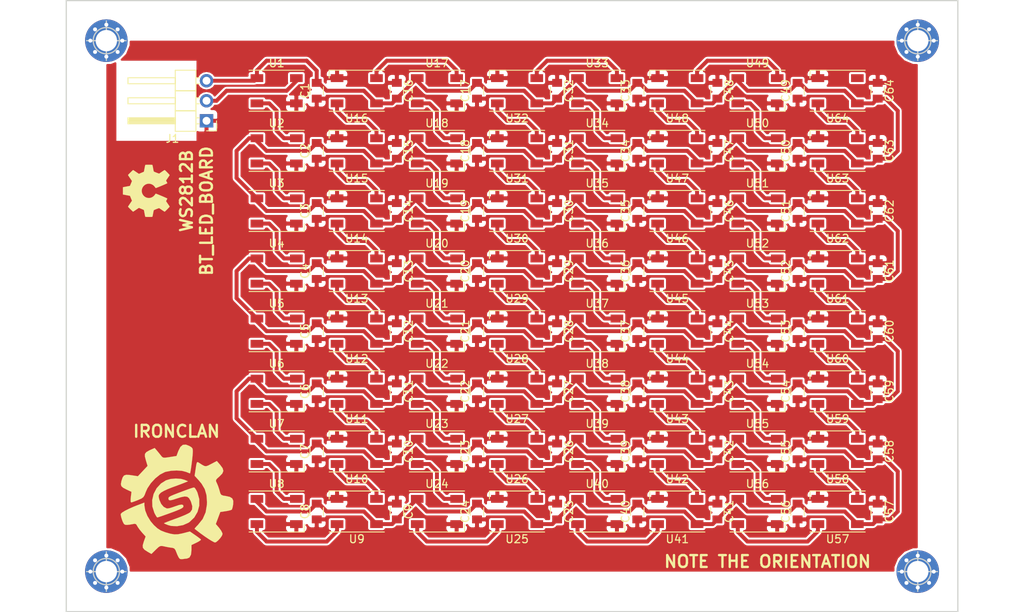
<source format=kicad_pcb>
(kicad_pcb (version 4) (host pcbnew 4.0.6)
  (layers (0 F.Cu signal) (31 B.Cu signal) (34 B.Paste user) (35 F.Paste user) (36 B.SilkS user) (37 F.SilkS user) (38 B.Mask user) (39 F.Mask user) (44 Edge.Cuts user))
  (net 0 "")
  (net 1 "Net-(J1-Pad2)")
  (net 2 "Net-(U1-Pad2)")
  (net 3 "Net-(U2-Pad2)")
  (net 4 "Net-(U3-Pad2)")
  (net 5 "Net-(U4-Pad2)")
  (net 6 "Net-(U5-Pad2)")
  (net 7 "Net-(U6-Pad2)")
  (net 8 "Net-(U7-Pad2)")
  (net 9 "Net-(U8-Pad2)")
  (net 10 "Net-(U10-Pad4)")
  (net 11 "Net-(U10-Pad2)")
  (net 12 "Net-(U11-Pad2)")
  (net 13 "Net-(U12-Pad2)")
  (net 14 "Net-(U13-Pad2)")
  (net 15 "Net-(U14-Pad2)")
  (net 16 "Net-(U15-Pad2)")
  (net 17 "Net-(U16-Pad2)")
  (net 18 "Net-(U17-Pad2)")
  (net 19 "Net-(U18-Pad2)")
  (net 20 "Net-(U19-Pad2)")
  (net 21 "Net-(U20-Pad2)")
  (net 22 "Net-(U21-Pad2)")
  (net 23 "Net-(U22-Pad2)")
  (net 24 "Net-(U23-Pad2)")
  (net 25 "Net-(U24-Pad2)")
  (net 26 "Net-(U25-Pad2)")
  (net 27 "Net-(U26-Pad2)")
  (net 28 "Net-(U27-Pad2)")
  (net 29 "Net-(U28-Pad2)")
  (net 30 "Net-(U29-Pad2)")
  (net 31 "Net-(U30-Pad2)")
  (net 32 "Net-(U31-Pad2)")
  (net 33 "Net-(U32-Pad2)")
  (net 34 "Net-(U33-Pad2)")
  (net 35 "Net-(U34-Pad2)")
  (net 36 "Net-(U35-Pad2)")
  (net 37 "Net-(U36-Pad2)")
  (net 38 "Net-(U37-Pad2)")
  (net 39 "Net-(U38-Pad2)")
  (net 40 "Net-(U39-Pad2)")
  (net 41 "Net-(U40-Pad2)")
  (net 42 "Net-(U41-Pad2)")
  (net 43 "Net-(U42-Pad2)")
  (net 44 "Net-(U43-Pad2)")
  (net 45 "Net-(U44-Pad2)")
  (net 46 "Net-(U45-Pad2)")
  (net 47 "Net-(U46-Pad2)")
  (net 48 "Net-(U47-Pad2)")
  (net 49 "Net-(U48-Pad2)")
  (net 50 "Net-(U49-Pad2)")
  (net 51 "Net-(U50-Pad2)")
  (net 52 "Net-(U51-Pad2)")
  (net 53 "Net-(U52-Pad2)")
  (net 54 "Net-(U53-Pad2)")
  (net 55 "Net-(U54-Pad2)")
  (net 56 "Net-(U55-Pad2)")
  (net 57 "Net-(U56-Pad2)")
  (net 58 "Net-(U57-Pad2)")
  (net 59 "Net-(U58-Pad2)")
  (net 60 "Net-(U59-Pad2)")
  (net 61 "Net-(U60-Pad2)")
  (net 62 "Net-(U61-Pad2)")
  (net 63 "Net-(U62-Pad2)")
  (net 64 "Net-(U63-Pad2)")
  (net 65 "Net-(U64-Pad2)")
  (net 66 GND)
  (net 67 +5V)
  (module LEDs:LED_WS2812B-PLCC4 (layer F.Cu) (at 49.53 39.37 180)
    (fp_text reference U14 (at 0 -3.5 180) (layer F.SilkS))
    (fp_text value WS2812B)
    (pad 3 smd rect (at 2.5 1.6 180) (size 1.6 1) (layers F.Cu F.Paste F.Mask) (net 66 GND))
    (pad 4 smd rect (at 2.5 -1.6 180) (size 1.6 1) (layers F.Cu F.Paste F.Mask) (net 14 "Net-(U13-Pad2)"))
    (pad 2 smd rect (at -2.5 1.6 180) (size 1.6 1) (layers F.Cu F.Paste F.Mask) (net 15 "Net-(U14-Pad2)"))
    (pad 1 smd rect (at -2.5 -1.6 180) (size 1.6 1) (layers F.Cu F.Paste F.Mask) (net 67 +5V))
  )
  (module LEDs:LED_WS2812B-PLCC4 (layer F.Cu) (at 39.37 39.37)
    (fp_text reference U3 (at 0 -3.5) (layer F.SilkS))
    (fp_text value WS2812B)
    (pad 3 smd rect (at 2.5 1.6) (size 1.6 1) (layers F.Cu F.Paste F.Mask) (net 66 GND))
    (pad 4 smd rect (at 2.5 -1.6) (size 1.6 1) (layers F.Cu F.Paste F.Mask) (net 3 "Net-(U2-Pad2)"))
    (pad 2 smd rect (at -2.5 1.6) (size 1.6 1) (layers F.Cu F.Paste F.Mask) (net 4 "Net-(U3-Pad2)"))
    (pad 1 smd rect (at -2.5 -1.6) (size 1.6 1) (layers F.Cu F.Paste F.Mask) (net 67 +5V))
  )
  (module LEDs:LED_WS2812B-PLCC4 (layer F.Cu) (at 49.53 69.85 180)
    (fp_text reference U10 (at 0 -3.5 180) (layer F.SilkS))
    (fp_text value WS2812B)
    (pad 3 smd rect (at 2.5 1.6 180) (size 1.6 1) (layers F.Cu F.Paste F.Mask) (net 66 GND))
    (pad 4 smd rect (at 2.5 -1.6 180) (size 1.6 1) (layers F.Cu F.Paste F.Mask) (net 10 "Net-(U10-Pad4)"))
    (pad 2 smd rect (at -2.5 1.6 180) (size 1.6 1) (layers F.Cu F.Paste F.Mask) (net 11 "Net-(U10-Pad2)"))
    (pad 1 smd rect (at -2.5 -1.6 180) (size 1.6 1) (layers F.Cu F.Paste F.Mask) (net 67 +5V))
  )
  (module LEDs:LED_WS2812B-PLCC4 (layer F.Cu) (at 80.01 31.75)
    (fp_text reference U34 (at 0 -3.5) (layer F.SilkS))
    (fp_text value WS2812B)
    (pad 3 smd rect (at 2.5 1.6) (size 1.6 1) (layers F.Cu F.Paste F.Mask) (net 66 GND))
    (pad 4 smd rect (at 2.5 -1.6) (size 1.6 1) (layers F.Cu F.Paste F.Mask) (net 34 "Net-(U33-Pad2)"))
    (pad 2 smd rect (at -2.5 1.6) (size 1.6 1) (layers F.Cu F.Paste F.Mask) (net 35 "Net-(U34-Pad2)"))
    (pad 1 smd rect (at -2.5 -1.6) (size 1.6 1) (layers F.Cu F.Paste F.Mask) (net 67 +5V))
  )
  (module LEDs:LED_WS2812B-PLCC4 (layer F.Cu) (at 39.37 31.75)
    (fp_text reference U2 (at 0 -3.5) (layer F.SilkS))
    (fp_text value WS2812B)
    (pad 3 smd rect (at 2.5 1.6) (size 1.6 1) (layers F.Cu F.Paste F.Mask) (net 66 GND))
    (pad 4 smd rect (at 2.5 -1.6) (size 1.6 1) (layers F.Cu F.Paste F.Mask) (net 2 "Net-(U1-Pad2)"))
    (pad 2 smd rect (at -2.5 1.6) (size 1.6 1) (layers F.Cu F.Paste F.Mask) (net 3 "Net-(U2-Pad2)"))
    (pad 1 smd rect (at -2.5 -1.6) (size 1.6 1) (layers F.Cu F.Paste F.Mask) (net 67 +5V))
  )
  (module LEDs:LED_WS2812B-PLCC4 (layer F.Cu) (at 110.49 77.47 180)
    (fp_text reference U57 (at 0 -3.5 180) (layer F.SilkS))
    (fp_text value WS2812B)
    (pad 3 smd rect (at 2.5 1.6 180) (size 1.6 1) (layers F.Cu F.Paste F.Mask) (net 66 GND))
    (pad 4 smd rect (at 2.5 -1.6 180) (size 1.6 1) (layers F.Cu F.Paste F.Mask) (net 57 "Net-(U56-Pad2)"))
    (pad 2 smd rect (at -2.5 1.6 180) (size 1.6 1) (layers F.Cu F.Paste F.Mask) (net 58 "Net-(U57-Pad2)"))
    (pad 1 smd rect (at -2.5 -1.6 180) (size 1.6 1) (layers F.Cu F.Paste F.Mask) (net 67 +5V))
  )
  (module Pin_Headers:Pin_Header_Angled_1x03_Pitch2.54mm (layer F.Cu) (at 30.48 27.94 180)
    (fp_text reference J1 (at 4.315 -2.27 180) (layer F.SilkS))
    (fp_text value CONN_01X03)
    (pad 1 thru_hole rect (at 0 0 180) (size 1.7 1.7) (drill 1) (layers *.Cu *.Mask) (net 66 GND))
    (pad 2 thru_hole oval (at 0 2.54 180) (size 1.7 1.7) (drill 1) (layers *.Cu *.Mask) (net 1 "Net-(J1-Pad2)"))
    (pad 3 thru_hole oval (at 0 5.08 180) (size 1.7 1.7) (drill 1) (layers *.Cu *.Mask) (net 67 +5V))
  )
  (module LEDs:LED_WS2812B-PLCC4 (layer F.Cu) (at 39.37 24.13)
    (fp_text reference U1 (at 0 -3.5) (layer F.SilkS))
    (fp_text value WS2812B)
    (pad 3 smd rect (at 2.5 1.6) (size 1.6 1) (layers F.Cu F.Paste F.Mask) (net 66 GND))
    (pad 4 smd rect (at 2.5 -1.6) (size 1.6 1) (layers F.Cu F.Paste F.Mask) (net 1 "Net-(J1-Pad2)"))
    (pad 2 smd rect (at -2.5 1.6) (size 1.6 1) (layers F.Cu F.Paste F.Mask) (net 2 "Net-(U1-Pad2)"))
    (pad 1 smd rect (at -2.5 -1.6) (size 1.6 1) (layers F.Cu F.Paste F.Mask) (net 67 +5V))
  )
  (module LEDs:LED_WS2812B-PLCC4 (layer F.Cu) (at 39.37 46.99)
    (fp_text reference U4 (at 0 -3.5) (layer F.SilkS))
    (fp_text value WS2812B)
    (pad 3 smd rect (at 2.5 1.6) (size 1.6 1) (layers F.Cu F.Paste F.Mask) (net 66 GND))
    (pad 4 smd rect (at 2.5 -1.6) (size 1.6 1) (layers F.Cu F.Paste F.Mask) (net 4 "Net-(U3-Pad2)"))
    (pad 2 smd rect (at -2.5 1.6) (size 1.6 1) (layers F.Cu F.Paste F.Mask) (net 5 "Net-(U4-Pad2)"))
    (pad 1 smd rect (at -2.5 -1.6) (size 1.6 1) (layers F.Cu F.Paste F.Mask) (net 67 +5V))
  )
  (module LEDs:LED_WS2812B-PLCC4 (layer F.Cu) (at 39.37 54.61)
    (fp_text reference U5 (at 0 -3.5) (layer F.SilkS))
    (fp_text value WS2812B)
    (pad 3 smd rect (at 2.5 1.6) (size 1.6 1) (layers F.Cu F.Paste F.Mask) (net 66 GND))
    (pad 4 smd rect (at 2.5 -1.6) (size 1.6 1) (layers F.Cu F.Paste F.Mask) (net 5 "Net-(U4-Pad2)"))
    (pad 2 smd rect (at -2.5 1.6) (size 1.6 1) (layers F.Cu F.Paste F.Mask) (net 6 "Net-(U5-Pad2)"))
    (pad 1 smd rect (at -2.5 -1.6) (size 1.6 1) (layers F.Cu F.Paste F.Mask) (net 67 +5V))
  )
  (module LEDs:LED_WS2812B-PLCC4 (layer F.Cu) (at 39.37 62.23)
    (fp_text reference U6 (at 0 -3.5) (layer F.SilkS))
    (fp_text value WS2812B)
    (pad 3 smd rect (at 2.5 1.6) (size 1.6 1) (layers F.Cu F.Paste F.Mask) (net 66 GND))
    (pad 4 smd rect (at 2.5 -1.6) (size 1.6 1) (layers F.Cu F.Paste F.Mask) (net 6 "Net-(U5-Pad2)"))
    (pad 2 smd rect (at -2.5 1.6) (size 1.6 1) (layers F.Cu F.Paste F.Mask) (net 7 "Net-(U6-Pad2)"))
    (pad 1 smd rect (at -2.5 -1.6) (size 1.6 1) (layers F.Cu F.Paste F.Mask) (net 67 +5V))
  )
  (module LEDs:LED_WS2812B-PLCC4 (layer F.Cu) (at 39.37 69.85)
    (fp_text reference U7 (at 0 -3.5) (layer F.SilkS))
    (fp_text value WS2812B)
    (pad 3 smd rect (at 2.5 1.6) (size 1.6 1) (layers F.Cu F.Paste F.Mask) (net 66 GND))
    (pad 4 smd rect (at 2.5 -1.6) (size 1.6 1) (layers F.Cu F.Paste F.Mask) (net 7 "Net-(U6-Pad2)"))
    (pad 2 smd rect (at -2.5 1.6) (size 1.6 1) (layers F.Cu F.Paste F.Mask) (net 8 "Net-(U7-Pad2)"))
    (pad 1 smd rect (at -2.5 -1.6) (size 1.6 1) (layers F.Cu F.Paste F.Mask) (net 67 +5V))
  )
  (module LEDs:LED_WS2812B-PLCC4 (layer F.Cu) (at 39.37 77.47)
    (fp_text reference U8 (at 0 -3.5) (layer F.SilkS))
    (fp_text value WS2812B)
    (pad 3 smd rect (at 2.5 1.6) (size 1.6 1) (layers F.Cu F.Paste F.Mask) (net 66 GND))
    (pad 4 smd rect (at 2.5 -1.6) (size 1.6 1) (layers F.Cu F.Paste F.Mask) (net 8 "Net-(U7-Pad2)"))
    (pad 2 smd rect (at -2.5 1.6) (size 1.6 1) (layers F.Cu F.Paste F.Mask) (net 9 "Net-(U8-Pad2)"))
    (pad 1 smd rect (at -2.5 -1.6) (size 1.6 1) (layers F.Cu F.Paste F.Mask) (net 67 +5V))
  )
  (module LEDs:LED_WS2812B-PLCC4 (layer F.Cu) (at 49.53 77.47 180)
    (fp_text reference U9 (at 0 -3.5 180) (layer F.SilkS))
    (fp_text value WS2812B)
    (pad 3 smd rect (at 2.5 1.6 180) (size 1.6 1) (layers F.Cu F.Paste F.Mask) (net 66 GND))
    (pad 4 smd rect (at 2.5 -1.6 180) (size 1.6 1) (layers F.Cu F.Paste F.Mask) (net 9 "Net-(U8-Pad2)"))
    (pad 2 smd rect (at -2.5 1.6 180) (size 1.6 1) (layers F.Cu F.Paste F.Mask) (net 10 "Net-(U10-Pad4)"))
    (pad 1 smd rect (at -2.5 -1.6 180) (size 1.6 1) (layers F.Cu F.Paste F.Mask) (net 67 +5V))
  )
  (module LEDs:LED_WS2812B-PLCC4 (layer F.Cu) (at 49.53 62.23 180)
    (fp_text reference U11 (at 0 -3.5 180) (layer F.SilkS))
    (fp_text value WS2812B)
    (pad 3 smd rect (at 2.5 1.6 180) (size 1.6 1) (layers F.Cu F.Paste F.Mask) (net 66 GND))
    (pad 4 smd rect (at 2.5 -1.6 180) (size 1.6 1) (layers F.Cu F.Paste F.Mask) (net 11 "Net-(U10-Pad2)"))
    (pad 2 smd rect (at -2.5 1.6 180) (size 1.6 1) (layers F.Cu F.Paste F.Mask) (net 12 "Net-(U11-Pad2)"))
    (pad 1 smd rect (at -2.5 -1.6 180) (size 1.6 1) (layers F.Cu F.Paste F.Mask) (net 67 +5V))
  )
  (module LEDs:LED_WS2812B-PLCC4 (layer F.Cu) (at 49.53 54.61 180)
    (fp_text reference U12 (at 0 -3.5 180) (layer F.SilkS))
    (fp_text value WS2812B)
    (pad 3 smd rect (at 2.5 1.6 180) (size 1.6 1) (layers F.Cu F.Paste F.Mask) (net 66 GND))
    (pad 4 smd rect (at 2.5 -1.6 180) (size 1.6 1) (layers F.Cu F.Paste F.Mask) (net 12 "Net-(U11-Pad2)"))
    (pad 2 smd rect (at -2.5 1.6 180) (size 1.6 1) (layers F.Cu F.Paste F.Mask) (net 13 "Net-(U12-Pad2)"))
    (pad 1 smd rect (at -2.5 -1.6 180) (size 1.6 1) (layers F.Cu F.Paste F.Mask) (net 67 +5V))
  )
  (module LEDs:LED_WS2812B-PLCC4 (layer F.Cu) (at 49.53 46.99 180)
    (fp_text reference U13 (at 0 -3.5 180) (layer F.SilkS))
    (fp_text value WS2812B)
    (pad 3 smd rect (at 2.5 1.6 180) (size 1.6 1) (layers F.Cu F.Paste F.Mask) (net 66 GND))
    (pad 4 smd rect (at 2.5 -1.6 180) (size 1.6 1) (layers F.Cu F.Paste F.Mask) (net 13 "Net-(U12-Pad2)"))
    (pad 2 smd rect (at -2.5 1.6 180) (size 1.6 1) (layers F.Cu F.Paste F.Mask) (net 14 "Net-(U13-Pad2)"))
    (pad 1 smd rect (at -2.5 -1.6 180) (size 1.6 1) (layers F.Cu F.Paste F.Mask) (net 67 +5V))
  )
  (module LEDs:LED_WS2812B-PLCC4 (layer F.Cu) (at 49.53 31.75 180)
    (fp_text reference U15 (at 0 -3.5 180) (layer F.SilkS))
    (fp_text value WS2812B)
    (pad 3 smd rect (at 2.5 1.6 180) (size 1.6 1) (layers F.Cu F.Paste F.Mask) (net 66 GND))
    (pad 4 smd rect (at 2.5 -1.6 180) (size 1.6 1) (layers F.Cu F.Paste F.Mask) (net 15 "Net-(U14-Pad2)"))
    (pad 2 smd rect (at -2.5 1.6 180) (size 1.6 1) (layers F.Cu F.Paste F.Mask) (net 16 "Net-(U15-Pad2)"))
    (pad 1 smd rect (at -2.5 -1.6 180) (size 1.6 1) (layers F.Cu F.Paste F.Mask) (net 67 +5V))
  )
  (module LEDs:LED_WS2812B-PLCC4 (layer F.Cu) (at 49.53 24.13 180)
    (fp_text reference U16 (at 0 -3.5 180) (layer F.SilkS))
    (fp_text value WS2812B)
    (pad 3 smd rect (at 2.5 1.6 180) (size 1.6 1) (layers F.Cu F.Paste F.Mask) (net 66 GND))
    (pad 4 smd rect (at 2.5 -1.6 180) (size 1.6 1) (layers F.Cu F.Paste F.Mask) (net 16 "Net-(U15-Pad2)"))
    (pad 2 smd rect (at -2.5 1.6 180) (size 1.6 1) (layers F.Cu F.Paste F.Mask) (net 17 "Net-(U16-Pad2)"))
    (pad 1 smd rect (at -2.5 -1.6 180) (size 1.6 1) (layers F.Cu F.Paste F.Mask) (net 67 +5V))
  )
  (module LEDs:LED_WS2812B-PLCC4 (layer F.Cu) (at 59.69 24.13)
    (fp_text reference U17 (at 0 -3.5) (layer F.SilkS))
    (fp_text value WS2812B)
    (pad 3 smd rect (at 2.5 1.6) (size 1.6 1) (layers F.Cu F.Paste F.Mask) (net 66 GND))
    (pad 4 smd rect (at 2.5 -1.6) (size 1.6 1) (layers F.Cu F.Paste F.Mask) (net 17 "Net-(U16-Pad2)"))
    (pad 2 smd rect (at -2.5 1.6) (size 1.6 1) (layers F.Cu F.Paste F.Mask) (net 18 "Net-(U17-Pad2)"))
    (pad 1 smd rect (at -2.5 -1.6) (size 1.6 1) (layers F.Cu F.Paste F.Mask) (net 67 +5V))
  )
  (module LEDs:LED_WS2812B-PLCC4 (layer F.Cu) (at 59.69 31.75)
    (fp_text reference U18 (at 0 -3.5) (layer F.SilkS))
    (fp_text value WS2812B)
    (pad 3 smd rect (at 2.5 1.6) (size 1.6 1) (layers F.Cu F.Paste F.Mask) (net 66 GND))
    (pad 4 smd rect (at 2.5 -1.6) (size 1.6 1) (layers F.Cu F.Paste F.Mask) (net 18 "Net-(U17-Pad2)"))
    (pad 2 smd rect (at -2.5 1.6) (size 1.6 1) (layers F.Cu F.Paste F.Mask) (net 19 "Net-(U18-Pad2)"))
    (pad 1 smd rect (at -2.5 -1.6) (size 1.6 1) (layers F.Cu F.Paste F.Mask) (net 67 +5V))
  )
  (module LEDs:LED_WS2812B-PLCC4 (layer F.Cu) (at 59.69 39.37)
    (fp_text reference U19 (at 0 -3.5) (layer F.SilkS))
    (fp_text value WS2812B)
    (pad 3 smd rect (at 2.5 1.6) (size 1.6 1) (layers F.Cu F.Paste F.Mask) (net 66 GND))
    (pad 4 smd rect (at 2.5 -1.6) (size 1.6 1) (layers F.Cu F.Paste F.Mask) (net 19 "Net-(U18-Pad2)"))
    (pad 2 smd rect (at -2.5 1.6) (size 1.6 1) (layers F.Cu F.Paste F.Mask) (net 20 "Net-(U19-Pad2)"))
    (pad 1 smd rect (at -2.5 -1.6) (size 1.6 1) (layers F.Cu F.Paste F.Mask) (net 67 +5V))
  )
  (module LEDs:LED_WS2812B-PLCC4 (layer F.Cu) (at 59.69 46.99)
    (fp_text reference U20 (at 0 -3.5) (layer F.SilkS))
    (fp_text value WS2812B)
    (pad 3 smd rect (at 2.5 1.6) (size 1.6 1) (layers F.Cu F.Paste F.Mask) (net 66 GND))
    (pad 4 smd rect (at 2.5 -1.6) (size 1.6 1) (layers F.Cu F.Paste F.Mask) (net 20 "Net-(U19-Pad2)"))
    (pad 2 smd rect (at -2.5 1.6) (size 1.6 1) (layers F.Cu F.Paste F.Mask) (net 21 "Net-(U20-Pad2)"))
    (pad 1 smd rect (at -2.5 -1.6) (size 1.6 1) (layers F.Cu F.Paste F.Mask) (net 67 +5V))
  )
  (module LEDs:LED_WS2812B-PLCC4 (layer F.Cu) (at 59.69 54.61)
    (fp_text reference U21 (at 0 -3.5) (layer F.SilkS))
    (fp_text value WS2812B)
    (pad 3 smd rect (at 2.5 1.6) (size 1.6 1) (layers F.Cu F.Paste F.Mask) (net 66 GND))
    (pad 4 smd rect (at 2.5 -1.6) (size 1.6 1) (layers F.Cu F.Paste F.Mask) (net 21 "Net-(U20-Pad2)"))
    (pad 2 smd rect (at -2.5 1.6) (size 1.6 1) (layers F.Cu F.Paste F.Mask) (net 22 "Net-(U21-Pad2)"))
    (pad 1 smd rect (at -2.5 -1.6) (size 1.6 1) (layers F.Cu F.Paste F.Mask) (net 67 +5V))
  )
  (module LEDs:LED_WS2812B-PLCC4 (layer F.Cu) (at 59.69 62.23)
    (fp_text reference U22 (at 0 -3.5) (layer F.SilkS))
    (fp_text value WS2812B)
    (pad 3 smd rect (at 2.5 1.6) (size 1.6 1) (layers F.Cu F.Paste F.Mask) (net 66 GND))
    (pad 4 smd rect (at 2.5 -1.6) (size 1.6 1) (layers F.Cu F.Paste F.Mask) (net 22 "Net-(U21-Pad2)"))
    (pad 2 smd rect (at -2.5 1.6) (size 1.6 1) (layers F.Cu F.Paste F.Mask) (net 23 "Net-(U22-Pad2)"))
    (pad 1 smd rect (at -2.5 -1.6) (size 1.6 1) (layers F.Cu F.Paste F.Mask) (net 67 +5V))
  )
  (module LEDs:LED_WS2812B-PLCC4 (layer F.Cu) (at 59.69 69.85)
    (fp_text reference U23 (at 0 -3.5) (layer F.SilkS))
    (fp_text value WS2812B)
    (pad 3 smd rect (at 2.5 1.6) (size 1.6 1) (layers F.Cu F.Paste F.Mask) (net 66 GND))
    (pad 4 smd rect (at 2.5 -1.6) (size 1.6 1) (layers F.Cu F.Paste F.Mask) (net 23 "Net-(U22-Pad2)"))
    (pad 2 smd rect (at -2.5 1.6) (size 1.6 1) (layers F.Cu F.Paste F.Mask) (net 24 "Net-(U23-Pad2)"))
    (pad 1 smd rect (at -2.5 -1.6) (size 1.6 1) (layers F.Cu F.Paste F.Mask) (net 67 +5V))
  )
  (module LEDs:LED_WS2812B-PLCC4 (layer F.Cu) (at 59.69 77.47)
    (fp_text reference U24 (at 0 -3.5) (layer F.SilkS))
    (fp_text value WS2812B)
    (pad 3 smd rect (at 2.5 1.6) (size 1.6 1) (layers F.Cu F.Paste F.Mask) (net 66 GND))
    (pad 4 smd rect (at 2.5 -1.6) (size 1.6 1) (layers F.Cu F.Paste F.Mask) (net 24 "Net-(U23-Pad2)"))
    (pad 2 smd rect (at -2.5 1.6) (size 1.6 1) (layers F.Cu F.Paste F.Mask) (net 25 "Net-(U24-Pad2)"))
    (pad 1 smd rect (at -2.5 -1.6) (size 1.6 1) (layers F.Cu F.Paste F.Mask) (net 67 +5V))
  )
  (module LEDs:LED_WS2812B-PLCC4 (layer F.Cu) (at 69.85 77.47 180)
    (fp_text reference U25 (at 0 -3.5 180) (layer F.SilkS))
    (fp_text value WS2812B)
    (pad 3 smd rect (at 2.5 1.6 180) (size 1.6 1) (layers F.Cu F.Paste F.Mask) (net 66 GND))
    (pad 4 smd rect (at 2.5 -1.6 180) (size 1.6 1) (layers F.Cu F.Paste F.Mask) (net 25 "Net-(U24-Pad2)"))
    (pad 2 smd rect (at -2.5 1.6 180) (size 1.6 1) (layers F.Cu F.Paste F.Mask) (net 26 "Net-(U25-Pad2)"))
    (pad 1 smd rect (at -2.5 -1.6 180) (size 1.6 1) (layers F.Cu F.Paste F.Mask) (net 67 +5V))
  )
  (module LEDs:LED_WS2812B-PLCC4 (layer F.Cu) (at 69.85 69.85 180)
    (fp_text reference U26 (at 0 -3.5 180) (layer F.SilkS))
    (fp_text value WS2812B)
    (pad 3 smd rect (at 2.5 1.6 180) (size 1.6 1) (layers F.Cu F.Paste F.Mask) (net 66 GND))
    (pad 4 smd rect (at 2.5 -1.6 180) (size 1.6 1) (layers F.Cu F.Paste F.Mask) (net 26 "Net-(U25-Pad2)"))
    (pad 2 smd rect (at -2.5 1.6 180) (size 1.6 1) (layers F.Cu F.Paste F.Mask) (net 27 "Net-(U26-Pad2)"))
    (pad 1 smd rect (at -2.5 -1.6 180) (size 1.6 1) (layers F.Cu F.Paste F.Mask) (net 67 +5V))
  )
  (module LEDs:LED_WS2812B-PLCC4 (layer F.Cu) (at 69.85 62.23 180)
    (fp_text reference U27 (at 0 -3.5 180) (layer F.SilkS))
    (fp_text value WS2812B)
    (pad 3 smd rect (at 2.5 1.6 180) (size 1.6 1) (layers F.Cu F.Paste F.Mask) (net 66 GND))
    (pad 4 smd rect (at 2.5 -1.6 180) (size 1.6 1) (layers F.Cu F.Paste F.Mask) (net 27 "Net-(U26-Pad2)"))
    (pad 2 smd rect (at -2.5 1.6 180) (size 1.6 1) (layers F.Cu F.Paste F.Mask) (net 28 "Net-(U27-Pad2)"))
    (pad 1 smd rect (at -2.5 -1.6 180) (size 1.6 1) (layers F.Cu F.Paste F.Mask) (net 67 +5V))
  )
  (module LEDs:LED_WS2812B-PLCC4 (layer F.Cu) (at 69.85 54.61 180)
    (fp_text reference U28 (at 0 -3.5 180) (layer F.SilkS))
    (fp_text value WS2812B)
    (pad 3 smd rect (at 2.5 1.6 180) (size 1.6 1) (layers F.Cu F.Paste F.Mask) (net 66 GND))
    (pad 4 smd rect (at 2.5 -1.6 180) (size 1.6 1) (layers F.Cu F.Paste F.Mask) (net 28 "Net-(U27-Pad2)"))
    (pad 2 smd rect (at -2.5 1.6 180) (size 1.6 1) (layers F.Cu F.Paste F.Mask) (net 29 "Net-(U28-Pad2)"))
    (pad 1 smd rect (at -2.5 -1.6 180) (size 1.6 1) (layers F.Cu F.Paste F.Mask) (net 67 +5V))
  )
  (module LEDs:LED_WS2812B-PLCC4 (layer F.Cu) (at 69.85 46.99 180)
    (fp_text reference U29 (at 0 -3.5 180) (layer F.SilkS))
    (fp_text value WS2812B)
    (pad 3 smd rect (at 2.5 1.6 180) (size 1.6 1) (layers F.Cu F.Paste F.Mask) (net 66 GND))
    (pad 4 smd rect (at 2.5 -1.6 180) (size 1.6 1) (layers F.Cu F.Paste F.Mask) (net 29 "Net-(U28-Pad2)"))
    (pad 2 smd rect (at -2.5 1.6 180) (size 1.6 1) (layers F.Cu F.Paste F.Mask) (net 30 "Net-(U29-Pad2)"))
    (pad 1 smd rect (at -2.5 -1.6 180) (size 1.6 1) (layers F.Cu F.Paste F.Mask) (net 67 +5V))
  )
  (module LEDs:LED_WS2812B-PLCC4 (layer F.Cu) (at 69.85 39.37 180)
    (fp_text reference U30 (at 0 -3.5 180) (layer F.SilkS))
    (fp_text value WS2812B)
    (pad 3 smd rect (at 2.5 1.6 180) (size 1.6 1) (layers F.Cu F.Paste F.Mask) (net 66 GND))
    (pad 4 smd rect (at 2.5 -1.6 180) (size 1.6 1) (layers F.Cu F.Paste F.Mask) (net 30 "Net-(U29-Pad2)"))
    (pad 2 smd rect (at -2.5 1.6 180) (size 1.6 1) (layers F.Cu F.Paste F.Mask) (net 31 "Net-(U30-Pad2)"))
    (pad 1 smd rect (at -2.5 -1.6 180) (size 1.6 1) (layers F.Cu F.Paste F.Mask) (net 67 +5V))
  )
  (module LEDs:LED_WS2812B-PLCC4 (layer F.Cu) (at 69.85 31.75 180)
    (fp_text reference U31 (at 0 -3.5 180) (layer F.SilkS))
    (fp_text value WS2812B)
    (pad 3 smd rect (at 2.5 1.6 180) (size 1.6 1) (layers F.Cu F.Paste F.Mask) (net 66 GND))
    (pad 4 smd rect (at 2.5 -1.6 180) (size 1.6 1) (layers F.Cu F.Paste F.Mask) (net 31 "Net-(U30-Pad2)"))
    (pad 2 smd rect (at -2.5 1.6 180) (size 1.6 1) (layers F.Cu F.Paste F.Mask) (net 32 "Net-(U31-Pad2)"))
    (pad 1 smd rect (at -2.5 -1.6 180) (size 1.6 1) (layers F.Cu F.Paste F.Mask) (net 67 +5V))
  )
  (module LEDs:LED_WS2812B-PLCC4 (layer F.Cu) (at 69.85 24.13 180)
    (fp_text reference U32 (at 0 -3.5 180) (layer F.SilkS))
    (fp_text value WS2812B)
    (pad 3 smd rect (at 2.5 1.6 180) (size 1.6 1) (layers F.Cu F.Paste F.Mask) (net 66 GND))
    (pad 4 smd rect (at 2.5 -1.6 180) (size 1.6 1) (layers F.Cu F.Paste F.Mask) (net 32 "Net-(U31-Pad2)"))
    (pad 2 smd rect (at -2.5 1.6 180) (size 1.6 1) (layers F.Cu F.Paste F.Mask) (net 33 "Net-(U32-Pad2)"))
    (pad 1 smd rect (at -2.5 -1.6 180) (size 1.6 1) (layers F.Cu F.Paste F.Mask) (net 67 +5V))
  )
  (module LEDs:LED_WS2812B-PLCC4 (layer F.Cu) (at 80.01 24.13)
    (fp_text reference U33 (at 0 -3.5) (layer F.SilkS))
    (fp_text value WS2812B)
    (pad 3 smd rect (at 2.5 1.6) (size 1.6 1) (layers F.Cu F.Paste F.Mask) (net 66 GND))
    (pad 4 smd rect (at 2.5 -1.6) (size 1.6 1) (layers F.Cu F.Paste F.Mask) (net 33 "Net-(U32-Pad2)"))
    (pad 2 smd rect (at -2.5 1.6) (size 1.6 1) (layers F.Cu F.Paste F.Mask) (net 34 "Net-(U33-Pad2)"))
    (pad 1 smd rect (at -2.5 -1.6) (size 1.6 1) (layers F.Cu F.Paste F.Mask) (net 67 +5V))
  )
  (module LEDs:LED_WS2812B-PLCC4 (layer F.Cu) (at 80.01 39.37)
    (fp_text reference U35 (at 0 -3.5) (layer F.SilkS))
    (fp_text value WS2812B)
    (pad 3 smd rect (at 2.5 1.6) (size 1.6 1) (layers F.Cu F.Paste F.Mask) (net 66 GND))
    (pad 4 smd rect (at 2.5 -1.6) (size 1.6 1) (layers F.Cu F.Paste F.Mask) (net 35 "Net-(U34-Pad2)"))
    (pad 2 smd rect (at -2.5 1.6) (size 1.6 1) (layers F.Cu F.Paste F.Mask) (net 36 "Net-(U35-Pad2)"))
    (pad 1 smd rect (at -2.5 -1.6) (size 1.6 1) (layers F.Cu F.Paste F.Mask) (net 67 +5V))
  )
  (module LEDs:LED_WS2812B-PLCC4 (layer F.Cu) (at 80.01 46.99)
    (fp_text reference U36 (at 0 -3.5) (layer F.SilkS))
    (fp_text value WS2812B)
    (pad 3 smd rect (at 2.5 1.6) (size 1.6 1) (layers F.Cu F.Paste F.Mask) (net 66 GND))
    (pad 4 smd rect (at 2.5 -1.6) (size 1.6 1) (layers F.Cu F.Paste F.Mask) (net 36 "Net-(U35-Pad2)"))
    (pad 2 smd rect (at -2.5 1.6) (size 1.6 1) (layers F.Cu F.Paste F.Mask) (net 37 "Net-(U36-Pad2)"))
    (pad 1 smd rect (at -2.5 -1.6) (size 1.6 1) (layers F.Cu F.Paste F.Mask) (net 67 +5V))
  )
  (module LEDs:LED_WS2812B-PLCC4 (layer F.Cu) (at 80.01 54.61)
    (fp_text reference U37 (at 0 -3.5) (layer F.SilkS))
    (fp_text value WS2812B)
    (pad 3 smd rect (at 2.5 1.6) (size 1.6 1) (layers F.Cu F.Paste F.Mask) (net 66 GND))
    (pad 4 smd rect (at 2.5 -1.6) (size 1.6 1) (layers F.Cu F.Paste F.Mask) (net 37 "Net-(U36-Pad2)"))
    (pad 2 smd rect (at -2.5 1.6) (size 1.6 1) (layers F.Cu F.Paste F.Mask) (net 38 "Net-(U37-Pad2)"))
    (pad 1 smd rect (at -2.5 -1.6) (size 1.6 1) (layers F.Cu F.Paste F.Mask) (net 67 +5V))
  )
  (module LEDs:LED_WS2812B-PLCC4 (layer F.Cu) (at 80.01 62.23)
    (fp_text reference U38 (at 0 -3.5) (layer F.SilkS))
    (fp_text value WS2812B)
    (pad 3 smd rect (at 2.5 1.6) (size 1.6 1) (layers F.Cu F.Paste F.Mask) (net 66 GND))
    (pad 4 smd rect (at 2.5 -1.6) (size 1.6 1) (layers F.Cu F.Paste F.Mask) (net 38 "Net-(U37-Pad2)"))
    (pad 2 smd rect (at -2.5 1.6) (size 1.6 1) (layers F.Cu F.Paste F.Mask) (net 39 "Net-(U38-Pad2)"))
    (pad 1 smd rect (at -2.5 -1.6) (size 1.6 1) (layers F.Cu F.Paste F.Mask) (net 67 +5V))
  )
  (module LEDs:LED_WS2812B-PLCC4 (layer F.Cu) (at 80.01 69.85)
    (fp_text reference U39 (at 0 -3.5) (layer F.SilkS))
    (fp_text value WS2812B)
    (pad 3 smd rect (at 2.5 1.6) (size 1.6 1) (layers F.Cu F.Paste F.Mask) (net 66 GND))
    (pad 4 smd rect (at 2.5 -1.6) (size 1.6 1) (layers F.Cu F.Paste F.Mask) (net 39 "Net-(U38-Pad2)"))
    (pad 2 smd rect (at -2.5 1.6) (size 1.6 1) (layers F.Cu F.Paste F.Mask) (net 40 "Net-(U39-Pad2)"))
    (pad 1 smd rect (at -2.5 -1.6) (size 1.6 1) (layers F.Cu F.Paste F.Mask) (net 67 +5V))
  )
  (module LEDs:LED_WS2812B-PLCC4 (layer F.Cu) (at 80.01 77.47)
    (fp_text reference U40 (at 0 -3.5) (layer F.SilkS))
    (fp_text value WS2812B)
    (pad 3 smd rect (at 2.5 1.6) (size 1.6 1) (layers F.Cu F.Paste F.Mask) (net 66 GND))
    (pad 4 smd rect (at 2.5 -1.6) (size 1.6 1) (layers F.Cu F.Paste F.Mask) (net 40 "Net-(U39-Pad2)"))
    (pad 2 smd rect (at -2.5 1.6) (size 1.6 1) (layers F.Cu F.Paste F.Mask) (net 41 "Net-(U40-Pad2)"))
    (pad 1 smd rect (at -2.5 -1.6) (size 1.6 1) (layers F.Cu F.Paste F.Mask) (net 67 +5V))
  )
  (module LEDs:LED_WS2812B-PLCC4 (layer F.Cu) (at 90.17 77.47 180)
    (fp_text reference U41 (at 0 -3.5 180) (layer F.SilkS))
    (fp_text value WS2812B)
    (pad 3 smd rect (at 2.5 1.6 180) (size 1.6 1) (layers F.Cu F.Paste F.Mask) (net 66 GND))
    (pad 4 smd rect (at 2.5 -1.6 180) (size 1.6 1) (layers F.Cu F.Paste F.Mask) (net 41 "Net-(U40-Pad2)"))
    (pad 2 smd rect (at -2.5 1.6 180) (size 1.6 1) (layers F.Cu F.Paste F.Mask) (net 42 "Net-(U41-Pad2)"))
    (pad 1 smd rect (at -2.5 -1.6 180) (size 1.6 1) (layers F.Cu F.Paste F.Mask) (net 67 +5V))
  )
  (module LEDs:LED_WS2812B-PLCC4 (layer F.Cu) (at 90.17 69.85 180)
    (fp_text reference U42 (at 0 -3.5 180) (layer F.SilkS))
    (fp_text value WS2812B)
    (pad 3 smd rect (at 2.5 1.6 180) (size 1.6 1) (layers F.Cu F.Paste F.Mask) (net 66 GND))
    (pad 4 smd rect (at 2.5 -1.6 180) (size 1.6 1) (layers F.Cu F.Paste F.Mask) (net 42 "Net-(U41-Pad2)"))
    (pad 2 smd rect (at -2.5 1.6 180) (size 1.6 1) (layers F.Cu F.Paste F.Mask) (net 43 "Net-(U42-Pad2)"))
    (pad 1 smd rect (at -2.5 -1.6 180) (size 1.6 1) (layers F.Cu F.Paste F.Mask) (net 67 +5V))
  )
  (module LEDs:LED_WS2812B-PLCC4 (layer F.Cu) (at 90.17 62.23 180)
    (fp_text reference U43 (at 0 -3.5 180) (layer F.SilkS))
    (fp_text value WS2812B)
    (pad 3 smd rect (at 2.5 1.6 180) (size 1.6 1) (layers F.Cu F.Paste F.Mask) (net 66 GND))
    (pad 4 smd rect (at 2.5 -1.6 180) (size 1.6 1) (layers F.Cu F.Paste F.Mask) (net 43 "Net-(U42-Pad2)"))
    (pad 2 smd rect (at -2.5 1.6 180) (size 1.6 1) (layers F.Cu F.Paste F.Mask) (net 44 "Net-(U43-Pad2)"))
    (pad 1 smd rect (at -2.5 -1.6 180) (size 1.6 1) (layers F.Cu F.Paste F.Mask) (net 67 +5V))
  )
  (module LEDs:LED_WS2812B-PLCC4 (layer F.Cu) (at 90.17 54.61 180)
    (fp_text reference U44 (at 0 -3.5 180) (layer F.SilkS))
    (fp_text value WS2812B)
    (pad 3 smd rect (at 2.5 1.6 180) (size 1.6 1) (layers F.Cu F.Paste F.Mask) (net 66 GND))
    (pad 4 smd rect (at 2.5 -1.6 180) (size 1.6 1) (layers F.Cu F.Paste F.Mask) (net 44 "Net-(U43-Pad2)"))
    (pad 2 smd rect (at -2.5 1.6 180) (size 1.6 1) (layers F.Cu F.Paste F.Mask) (net 45 "Net-(U44-Pad2)"))
    (pad 1 smd rect (at -2.5 -1.6 180) (size 1.6 1) (layers F.Cu F.Paste F.Mask) (net 67 +5V))
  )
  (module LEDs:LED_WS2812B-PLCC4 (layer F.Cu) (at 90.17 46.99 180)
    (fp_text reference U45 (at 0 -3.5 180) (layer F.SilkS))
    (fp_text value WS2812B)
    (pad 3 smd rect (at 2.5 1.6 180) (size 1.6 1) (layers F.Cu F.Paste F.Mask) (net 66 GND))
    (pad 4 smd rect (at 2.5 -1.6 180) (size 1.6 1) (layers F.Cu F.Paste F.Mask) (net 45 "Net-(U44-Pad2)"))
    (pad 2 smd rect (at -2.5 1.6 180) (size 1.6 1) (layers F.Cu F.Paste F.Mask) (net 46 "Net-(U45-Pad2)"))
    (pad 1 smd rect (at -2.5 -1.6 180) (size 1.6 1) (layers F.Cu F.Paste F.Mask) (net 67 +5V))
  )
  (module LEDs:LED_WS2812B-PLCC4 (layer F.Cu) (at 90.17 39.37 180)
    (fp_text reference U46 (at 0 -3.5 180) (layer F.SilkS))
    (fp_text value WS2812B)
    (pad 3 smd rect (at 2.5 1.6 180) (size 1.6 1) (layers F.Cu F.Paste F.Mask) (net 66 GND))
    (pad 4 smd rect (at 2.5 -1.6 180) (size 1.6 1) (layers F.Cu F.Paste F.Mask) (net 46 "Net-(U45-Pad2)"))
    (pad 2 smd rect (at -2.5 1.6 180) (size 1.6 1) (layers F.Cu F.Paste F.Mask) (net 47 "Net-(U46-Pad2)"))
    (pad 1 smd rect (at -2.5 -1.6 180) (size 1.6 1) (layers F.Cu F.Paste F.Mask) (net 67 +5V))
  )
  (module LEDs:LED_WS2812B-PLCC4 (layer F.Cu) (at 90.17 31.75 180)
    (fp_text reference U47 (at 0 -3.5 180) (layer F.SilkS))
    (fp_text value WS2812B)
    (pad 3 smd rect (at 2.5 1.6 180) (size 1.6 1) (layers F.Cu F.Paste F.Mask) (net 66 GND))
    (pad 4 smd rect (at 2.5 -1.6 180) (size 1.6 1) (layers F.Cu F.Paste F.Mask) (net 47 "Net-(U46-Pad2)"))
    (pad 2 smd rect (at -2.5 1.6 180) (size 1.6 1) (layers F.Cu F.Paste F.Mask) (net 48 "Net-(U47-Pad2)"))
    (pad 1 smd rect (at -2.5 -1.6 180) (size 1.6 1) (layers F.Cu F.Paste F.Mask) (net 67 +5V))
  )
  (module LEDs:LED_WS2812B-PLCC4 (layer F.Cu) (at 90.17 24.13 180)
    (fp_text reference U48 (at 0 -3.5 180) (layer F.SilkS))
    (fp_text value WS2812B)
    (pad 3 smd rect (at 2.5 1.6 180) (size 1.6 1) (layers F.Cu F.Paste F.Mask) (net 66 GND))
    (pad 4 smd rect (at 2.5 -1.6 180) (size 1.6 1) (layers F.Cu F.Paste F.Mask) (net 48 "Net-(U47-Pad2)"))
    (pad 2 smd rect (at -2.5 1.6 180) (size 1.6 1) (layers F.Cu F.Paste F.Mask) (net 49 "Net-(U48-Pad2)"))
    (pad 1 smd rect (at -2.5 -1.6 180) (size 1.6 1) (layers F.Cu F.Paste F.Mask) (net 67 +5V))
  )
  (module LEDs:LED_WS2812B-PLCC4 (layer F.Cu) (at 100.33 24.13)
    (fp_text reference U49 (at 0 -3.5) (layer F.SilkS))
    (fp_text value WS2812B)
    (pad 3 smd rect (at 2.5 1.6) (size 1.6 1) (layers F.Cu F.Paste F.Mask) (net 66 GND))
    (pad 4 smd rect (at 2.5 -1.6) (size 1.6 1) (layers F.Cu F.Paste F.Mask) (net 49 "Net-(U48-Pad2)"))
    (pad 2 smd rect (at -2.5 1.6) (size 1.6 1) (layers F.Cu F.Paste F.Mask) (net 50 "Net-(U49-Pad2)"))
    (pad 1 smd rect (at -2.5 -1.6) (size 1.6 1) (layers F.Cu F.Paste F.Mask) (net 67 +5V))
  )
  (module LEDs:LED_WS2812B-PLCC4 (layer F.Cu) (at 100.33 31.75)
    (fp_text reference U50 (at 0 -3.5) (layer F.SilkS))
    (fp_text value WS2812B)
    (pad 3 smd rect (at 2.5 1.6) (size 1.6 1) (layers F.Cu F.Paste F.Mask) (net 66 GND))
    (pad 4 smd rect (at 2.5 -1.6) (size 1.6 1) (layers F.Cu F.Paste F.Mask) (net 50 "Net-(U49-Pad2)"))
    (pad 2 smd rect (at -2.5 1.6) (size 1.6 1) (layers F.Cu F.Paste F.Mask) (net 51 "Net-(U50-Pad2)"))
    (pad 1 smd rect (at -2.5 -1.6) (size 1.6 1) (layers F.Cu F.Paste F.Mask) (net 67 +5V))
  )
  (module LEDs:LED_WS2812B-PLCC4 (layer F.Cu) (at 100.33 39.37)
    (fp_text reference U51 (at 0 -3.5) (layer F.SilkS))
    (fp_text value WS2812B)
    (pad 3 smd rect (at 2.5 1.6) (size 1.6 1) (layers F.Cu F.Paste F.Mask) (net 66 GND))
    (pad 4 smd rect (at 2.5 -1.6) (size 1.6 1) (layers F.Cu F.Paste F.Mask) (net 51 "Net-(U50-Pad2)"))
    (pad 2 smd rect (at -2.5 1.6) (size 1.6 1) (layers F.Cu F.Paste F.Mask) (net 52 "Net-(U51-Pad2)"))
    (pad 1 smd rect (at -2.5 -1.6) (size 1.6 1) (layers F.Cu F.Paste F.Mask) (net 67 +5V))
  )
  (module LEDs:LED_WS2812B-PLCC4 (layer F.Cu) (at 100.33 46.99)
    (fp_text reference U52 (at 0 -3.5) (layer F.SilkS))
    (fp_text value WS2812B)
    (pad 3 smd rect (at 2.5 1.6) (size 1.6 1) (layers F.Cu F.Paste F.Mask) (net 66 GND))
    (pad 4 smd rect (at 2.5 -1.6) (size 1.6 1) (layers F.Cu F.Paste F.Mask) (net 52 "Net-(U51-Pad2)"))
    (pad 2 smd rect (at -2.5 1.6) (size 1.6 1) (layers F.Cu F.Paste F.Mask) (net 53 "Net-(U52-Pad2)"))
    (pad 1 smd rect (at -2.5 -1.6) (size 1.6 1) (layers F.Cu F.Paste F.Mask) (net 67 +5V))
  )
  (module LEDs:LED_WS2812B-PLCC4 (layer F.Cu) (at 100.33 54.61)
    (fp_text reference U53 (at 0 -3.5) (layer F.SilkS))
    (fp_text value WS2812B)
    (pad 3 smd rect (at 2.5 1.6) (size 1.6 1) (layers F.Cu F.Paste F.Mask) (net 66 GND))
    (pad 4 smd rect (at 2.5 -1.6) (size 1.6 1) (layers F.Cu F.Paste F.Mask) (net 53 "Net-(U52-Pad2)"))
    (pad 2 smd rect (at -2.5 1.6) (size 1.6 1) (layers F.Cu F.Paste F.Mask) (net 54 "Net-(U53-Pad2)"))
    (pad 1 smd rect (at -2.5 -1.6) (size 1.6 1) (layers F.Cu F.Paste F.Mask) (net 67 +5V))
  )
  (module LEDs:LED_WS2812B-PLCC4 (layer F.Cu) (at 100.33 62.23)
    (fp_text reference U54 (at 0 -3.5) (layer F.SilkS))
    (fp_text value WS2812B)
    (pad 3 smd rect (at 2.5 1.6) (size 1.6 1) (layers F.Cu F.Paste F.Mask) (net 66 GND))
    (pad 4 smd rect (at 2.5 -1.6) (size 1.6 1) (layers F.Cu F.Paste F.Mask) (net 54 "Net-(U53-Pad2)"))
    (pad 2 smd rect (at -2.5 1.6) (size 1.6 1) (layers F.Cu F.Paste F.Mask) (net 55 "Net-(U54-Pad2)"))
    (pad 1 smd rect (at -2.5 -1.6) (size 1.6 1) (layers F.Cu F.Paste F.Mask) (net 67 +5V))
  )
  (module LEDs:LED_WS2812B-PLCC4 (layer F.Cu) (at 100.33 69.85)
    (fp_text reference U55 (at 0 -3.5) (layer F.SilkS))
    (fp_text value WS2812B)
    (pad 3 smd rect (at 2.5 1.6) (size 1.6 1) (layers F.Cu F.Paste F.Mask) (net 66 GND))
    (pad 4 smd rect (at 2.5 -1.6) (size 1.6 1) (layers F.Cu F.Paste F.Mask) (net 55 "Net-(U54-Pad2)"))
    (pad 2 smd rect (at -2.5 1.6) (size 1.6 1) (layers F.Cu F.Paste F.Mask) (net 56 "Net-(U55-Pad2)"))
    (pad 1 smd rect (at -2.5 -1.6) (size 1.6 1) (layers F.Cu F.Paste F.Mask) (net 67 +5V))
  )
  (module LEDs:LED_WS2812B-PLCC4 (layer F.Cu) (at 100.33 77.47)
    (fp_text reference U56 (at 0 -3.5) (layer F.SilkS))
    (fp_text value WS2812B)
    (pad 3 smd rect (at 2.5 1.6) (size 1.6 1) (layers F.Cu F.Paste F.Mask) (net 66 GND))
    (pad 4 smd rect (at 2.5 -1.6) (size 1.6 1) (layers F.Cu F.Paste F.Mask) (net 56 "Net-(U55-Pad2)"))
    (pad 2 smd rect (at -2.5 1.6) (size 1.6 1) (layers F.Cu F.Paste F.Mask) (net 57 "Net-(U56-Pad2)"))
    (pad 1 smd rect (at -2.5 -1.6) (size 1.6 1) (layers F.Cu F.Paste F.Mask) (net 67 +5V))
  )
  (module LEDs:LED_WS2812B-PLCC4 (layer F.Cu) (at 110.49 69.85 180)
    (fp_text reference U58 (at 0 -3.5 180) (layer F.SilkS))
    (fp_text value WS2812B)
    (pad 3 smd rect (at 2.5 1.6 180) (size 1.6 1) (layers F.Cu F.Paste F.Mask) (net 66 GND))
    (pad 4 smd rect (at 2.5 -1.6 180) (size 1.6 1) (layers F.Cu F.Paste F.Mask) (net 58 "Net-(U57-Pad2)"))
    (pad 2 smd rect (at -2.5 1.6 180) (size 1.6 1) (layers F.Cu F.Paste F.Mask) (net 59 "Net-(U58-Pad2)"))
    (pad 1 smd rect (at -2.5 -1.6 180) (size 1.6 1) (layers F.Cu F.Paste F.Mask) (net 67 +5V))
  )
  (module LEDs:LED_WS2812B-PLCC4 (layer F.Cu) (at 110.49 62.23 180)
    (fp_text reference U59 (at 0 -3.5 180) (layer F.SilkS))
    (fp_text value WS2812B)
    (pad 3 smd rect (at 2.5 1.6 180) (size 1.6 1) (layers F.Cu F.Paste F.Mask) (net 66 GND))
    (pad 4 smd rect (at 2.5 -1.6 180) (size 1.6 1) (layers F.Cu F.Paste F.Mask) (net 59 "Net-(U58-Pad2)"))
    (pad 2 smd rect (at -2.5 1.6 180) (size 1.6 1) (layers F.Cu F.Paste F.Mask) (net 60 "Net-(U59-Pad2)"))
    (pad 1 smd rect (at -2.5 -1.6 180) (size 1.6 1) (layers F.Cu F.Paste F.Mask) (net 67 +5V))
  )
  (module LEDs:LED_WS2812B-PLCC4 (layer F.Cu) (at 110.49 54.61 180)
    (fp_text reference U60 (at 0 -3.5 180) (layer F.SilkS))
    (fp_text value WS2812B)
    (pad 3 smd rect (at 2.5 1.6 180) (size 1.6 1) (layers F.Cu F.Paste F.Mask) (net 66 GND))
    (pad 4 smd rect (at 2.5 -1.6 180) (size 1.6 1) (layers F.Cu F.Paste F.Mask) (net 60 "Net-(U59-Pad2)"))
    (pad 2 smd rect (at -2.5 1.6 180) (size 1.6 1) (layers F.Cu F.Paste F.Mask) (net 61 "Net-(U60-Pad2)"))
    (pad 1 smd rect (at -2.5 -1.6 180) (size 1.6 1) (layers F.Cu F.Paste F.Mask) (net 67 +5V))
  )
  (module LEDs:LED_WS2812B-PLCC4 (layer F.Cu) (at 110.49 46.99 180)
    (fp_text reference U61 (at 0 -3.5 180) (layer F.SilkS))
    (fp_text value WS2812B)
    (pad 3 smd rect (at 2.5 1.6 180) (size 1.6 1) (layers F.Cu F.Paste F.Mask) (net 66 GND))
    (pad 4 smd rect (at 2.5 -1.6 180) (size 1.6 1) (layers F.Cu F.Paste F.Mask) (net 61 "Net-(U60-Pad2)"))
    (pad 2 smd rect (at -2.5 1.6 180) (size 1.6 1) (layers F.Cu F.Paste F.Mask) (net 62 "Net-(U61-Pad2)"))
    (pad 1 smd rect (at -2.5 -1.6 180) (size 1.6 1) (layers F.Cu F.Paste F.Mask) (net 67 +5V))
  )
  (module LEDs:LED_WS2812B-PLCC4 (layer F.Cu) (at 110.49 39.37 180)
    (fp_text reference U62 (at 0 -3.5 180) (layer F.SilkS))
    (fp_text value WS2812B)
    (pad 3 smd rect (at 2.5 1.6 180) (size 1.6 1) (layers F.Cu F.Paste F.Mask) (net 66 GND))
    (pad 4 smd rect (at 2.5 -1.6 180) (size 1.6 1) (layers F.Cu F.Paste F.Mask) (net 62 "Net-(U61-Pad2)"))
    (pad 2 smd rect (at -2.5 1.6 180) (size 1.6 1) (layers F.Cu F.Paste F.Mask) (net 63 "Net-(U62-Pad2)"))
    (pad 1 smd rect (at -2.5 -1.6 180) (size 1.6 1) (layers F.Cu F.Paste F.Mask) (net 67 +5V))
  )
  (module LEDs:LED_WS2812B-PLCC4 (layer F.Cu) (at 110.49 31.75 180)
    (fp_text reference U63 (at 0 -3.5 180) (layer F.SilkS))
    (fp_text value WS2812B)
    (pad 3 smd rect (at 2.5 1.6 180) (size 1.6 1) (layers F.Cu F.Paste F.Mask) (net 66 GND))
    (pad 4 smd rect (at 2.5 -1.6 180) (size 1.6 1) (layers F.Cu F.Paste F.Mask) (net 63 "Net-(U62-Pad2)"))
    (pad 2 smd rect (at -2.5 1.6 180) (size 1.6 1) (layers F.Cu F.Paste F.Mask) (net 64 "Net-(U63-Pad2)"))
    (pad 1 smd rect (at -2.5 -1.6 180) (size 1.6 1) (layers F.Cu F.Paste F.Mask) (net 67 +5V))
  )
  (module LEDs:LED_WS2812B-PLCC4 (layer F.Cu) (at 110.49 24.13 180)
    (fp_text reference U64 (at 0 -3.5 180) (layer F.SilkS))
    (fp_text value WS2812B)
    (pad 3 smd rect (at 2.5 1.6 180) (size 1.6 1) (layers F.Cu F.Paste F.Mask) (net 66 GND))
    (pad 4 smd rect (at 2.5 -1.6 180) (size 1.6 1) (layers F.Cu F.Paste F.Mask) (net 64 "Net-(U63-Pad2)"))
    (pad 2 smd rect (at -2.5 1.6 180) (size 1.6 1) (layers F.Cu F.Paste F.Mask) (net 65 "Net-(U64-Pad2)"))
    (pad 1 smd rect (at -2.5 -1.6 180) (size 1.6 1) (layers F.Cu F.Paste F.Mask) (net 67 +5V))
  )
  (module Capacitors_SMD:C_0805 (layer F.Cu) (at 44.45 24.13 90)
    (fp_text reference C1 (at 0 -1.5 90) (layer F.SilkS))
    (fp_text value 104)
    (pad 1 smd rect (at -1 0 90) (size 1 1.25) (layers F.Cu F.Paste F.Mask) (net 66 GND))
    (pad 2 smd rect (at 1 0 90) (size 1 1.25) (layers F.Cu F.Paste F.Mask) (net 67 +5V))
  )
  (module Capacitors_SMD:C_0805 (layer F.Cu) (at 44.45 31.75 90)
    (fp_text reference C2 (at 0 -1.5 90) (layer F.SilkS))
    (fp_text value 104)
    (pad 1 smd rect (at -1 0 90) (size 1 1.25) (layers F.Cu F.Paste F.Mask) (net 66 GND))
    (pad 2 smd rect (at 1 0 90) (size 1 1.25) (layers F.Cu F.Paste F.Mask) (net 67 +5V))
  )
  (module Capacitors_SMD:C_0805 (layer F.Cu) (at 44.45 39.37 90)
    (fp_text reference C3 (at 0 -1.5 90) (layer F.SilkS))
    (fp_text value 104)
    (pad 1 smd rect (at -1 0 90) (size 1 1.25) (layers F.Cu F.Paste F.Mask) (net 66 GND))
    (pad 2 smd rect (at 1 0 90) (size 1 1.25) (layers F.Cu F.Paste F.Mask) (net 67 +5V))
  )
  (module Capacitors_SMD:C_0805 (layer F.Cu) (at 44.45 46.99 90)
    (fp_text reference C4 (at 0 -1.5 90) (layer F.SilkS))
    (fp_text value 104)
    (pad 1 smd rect (at -1 0 90) (size 1 1.25) (layers F.Cu F.Paste F.Mask) (net 66 GND))
    (pad 2 smd rect (at 1 0 90) (size 1 1.25) (layers F.Cu F.Paste F.Mask) (net 67 +5V))
  )
  (module Capacitors_SMD:C_0805 (layer F.Cu) (at 44.45 54.61 90)
    (fp_text reference C5 (at 0 -1.5 90) (layer F.SilkS))
    (fp_text value 104)
    (pad 1 smd rect (at -1 0 90) (size 1 1.25) (layers F.Cu F.Paste F.Mask) (net 66 GND))
    (pad 2 smd rect (at 1 0 90) (size 1 1.25) (layers F.Cu F.Paste F.Mask) (net 67 +5V))
  )
  (module Capacitors_SMD:C_0805 (layer F.Cu) (at 44.45 62.23 90)
    (fp_text reference C6 (at 0 -1.5 90) (layer F.SilkS))
    (fp_text value 104)
    (pad 1 smd rect (at -1 0 90) (size 1 1.25) (layers F.Cu F.Paste F.Mask) (net 66 GND))
    (pad 2 smd rect (at 1 0 90) (size 1 1.25) (layers F.Cu F.Paste F.Mask) (net 67 +5V))
  )
  (module Capacitors_SMD:C_0805 (layer F.Cu) (at 44.45 69.85 90)
    (fp_text reference C7 (at 0 -1.5 90) (layer F.SilkS))
    (fp_text value 104)
    (pad 1 smd rect (at -1 0 90) (size 1 1.25) (layers F.Cu F.Paste F.Mask) (net 66 GND))
    (pad 2 smd rect (at 1 0 90) (size 1 1.25) (layers F.Cu F.Paste F.Mask) (net 67 +5V))
  )
  (module Capacitors_SMD:C_0805 (layer F.Cu) (at 44.45 77.47 90)
    (fp_text reference C8 (at 0 -1.5 90) (layer F.SilkS))
    (fp_text value 104)
    (pad 1 smd rect (at -1 0 90) (size 1 1.25) (layers F.Cu F.Paste F.Mask) (net 66 GND))
    (pad 2 smd rect (at 1 0 90) (size 1 1.25) (layers F.Cu F.Paste F.Mask) (net 67 +5V))
  )
  (module Capacitors_SMD:C_0805 (layer F.Cu) (at 54.61 77.47 270)
    (fp_text reference C9 (at 0 -1.5 270) (layer F.SilkS))
    (fp_text value 104)
    (pad 1 smd rect (at -1 0 270) (size 1 1.25) (layers F.Cu F.Paste F.Mask) (net 66 GND))
    (pad 2 smd rect (at 1 0 270) (size 1 1.25) (layers F.Cu F.Paste F.Mask) (net 67 +5V))
  )
  (module Capacitors_SMD:C_0805 (layer F.Cu) (at 54.61 69.85 270)
    (fp_text reference C10 (at 0 -1.5 270) (layer F.SilkS))
    (fp_text value 104)
    (pad 1 smd rect (at -1 0 270) (size 1 1.25) (layers F.Cu F.Paste F.Mask) (net 66 GND))
    (pad 2 smd rect (at 1 0 270) (size 1 1.25) (layers F.Cu F.Paste F.Mask) (net 67 +5V))
  )
  (module Capacitors_SMD:C_0805 (layer F.Cu) (at 54.61 62.23 270)
    (fp_text reference C11 (at 0 -1.5 270) (layer F.SilkS))
    (fp_text value 104)
    (pad 1 smd rect (at -1 0 270) (size 1 1.25) (layers F.Cu F.Paste F.Mask) (net 66 GND))
    (pad 2 smd rect (at 1 0 270) (size 1 1.25) (layers F.Cu F.Paste F.Mask) (net 67 +5V))
  )
  (module Capacitors_SMD:C_0805 (layer F.Cu) (at 54.61 54.61 270)
    (fp_text reference C12 (at 0 -1.5 270) (layer F.SilkS))
    (fp_text value 104)
    (pad 1 smd rect (at -1 0 270) (size 1 1.25) (layers F.Cu F.Paste F.Mask) (net 66 GND))
    (pad 2 smd rect (at 1 0 270) (size 1 1.25) (layers F.Cu F.Paste F.Mask) (net 67 +5V))
  )
  (module Capacitors_SMD:C_0805 (layer F.Cu) (at 54.61 46.99 270)
    (fp_text reference C13 (at 0 -1.5 270) (layer F.SilkS))
    (fp_text value 104)
    (pad 1 smd rect (at -1 0 270) (size 1 1.25) (layers F.Cu F.Paste F.Mask) (net 66 GND))
    (pad 2 smd rect (at 1 0 270) (size 1 1.25) (layers F.Cu F.Paste F.Mask) (net 67 +5V))
  )
  (module Capacitors_SMD:C_0805 (layer F.Cu) (at 54.61 39.37 270)
    (fp_text reference C14 (at 0 -1.5 270) (layer F.SilkS))
    (fp_text value 104)
    (pad 1 smd rect (at -1 0 270) (size 1 1.25) (layers F.Cu F.Paste F.Mask) (net 66 GND))
    (pad 2 smd rect (at 1 0 270) (size 1 1.25) (layers F.Cu F.Paste F.Mask) (net 67 +5V))
  )
  (module Capacitors_SMD:C_0805 (layer F.Cu) (at 54.61 31.75 270)
    (fp_text reference C15 (at 0 -1.5 270) (layer F.SilkS))
    (fp_text value 104)
    (pad 1 smd rect (at -1 0 270) (size 1 1.25) (layers F.Cu F.Paste F.Mask) (net 66 GND))
    (pad 2 smd rect (at 1 0 270) (size 1 1.25) (layers F.Cu F.Paste F.Mask) (net 67 +5V))
  )
  (module Capacitors_SMD:C_0805 (layer F.Cu) (at 54.61 24.13 270)
    (fp_text reference C16 (at 0 -1.5 270) (layer F.SilkS))
    (fp_text value 104)
    (pad 1 smd rect (at -1 0 270) (size 1 1.25) (layers F.Cu F.Paste F.Mask) (net 66 GND))
    (pad 2 smd rect (at 1 0 270) (size 1 1.25) (layers F.Cu F.Paste F.Mask) (net 67 +5V))
  )
  (module Capacitors_SMD:C_0805 (layer F.Cu) (at 64.77 24.13 90)
    (fp_text reference C17 (at 0 -1.5 90) (layer F.SilkS))
    (fp_text value 104)
    (pad 1 smd rect (at -1 0 90) (size 1 1.25) (layers F.Cu F.Paste F.Mask) (net 66 GND))
    (pad 2 smd rect (at 1 0 90) (size 1 1.25) (layers F.Cu F.Paste F.Mask) (net 67 +5V))
  )
  (module Capacitors_SMD:C_0805 (layer F.Cu) (at 64.77 31.75 90)
    (fp_text reference C18 (at 0 -1.5 90) (layer F.SilkS))
    (fp_text value 104)
    (pad 1 smd rect (at -1 0 90) (size 1 1.25) (layers F.Cu F.Paste F.Mask) (net 66 GND))
    (pad 2 smd rect (at 1 0 90) (size 1 1.25) (layers F.Cu F.Paste F.Mask) (net 67 +5V))
  )
  (module Capacitors_SMD:C_0805 (layer F.Cu) (at 64.77 39.37 90)
    (fp_text reference C19 (at 0 -1.5 90) (layer F.SilkS))
    (fp_text value 104)
    (pad 1 smd rect (at -1 0 90) (size 1 1.25) (layers F.Cu F.Paste F.Mask) (net 66 GND))
    (pad 2 smd rect (at 1 0 90) (size 1 1.25) (layers F.Cu F.Paste F.Mask) (net 67 +5V))
  )
  (module Capacitors_SMD:C_0805 (layer F.Cu) (at 64.77 46.99 90)
    (fp_text reference C20 (at 0 -1.5 90) (layer F.SilkS))
    (fp_text value 104)
    (pad 1 smd rect (at -1 0 90) (size 1 1.25) (layers F.Cu F.Paste F.Mask) (net 66 GND))
    (pad 2 smd rect (at 1 0 90) (size 1 1.25) (layers F.Cu F.Paste F.Mask) (net 67 +5V))
  )
  (module Capacitors_SMD:C_0805 (layer F.Cu) (at 64.77 54.61 90)
    (fp_text reference C21 (at 0 -1.5 90) (layer F.SilkS))
    (fp_text value 104)
    (pad 1 smd rect (at -1 0 90) (size 1 1.25) (layers F.Cu F.Paste F.Mask) (net 66 GND))
    (pad 2 smd rect (at 1 0 90) (size 1 1.25) (layers F.Cu F.Paste F.Mask) (net 67 +5V))
  )
  (module Capacitors_SMD:C_0805 (layer F.Cu) (at 64.77 62.23 90)
    (fp_text reference C22 (at 0 -1.5 90) (layer F.SilkS))
    (fp_text value 104)
    (pad 1 smd rect (at -1 0 90) (size 1 1.25) (layers F.Cu F.Paste F.Mask) (net 66 GND))
    (pad 2 smd rect (at 1 0 90) (size 1 1.25) (layers F.Cu F.Paste F.Mask) (net 67 +5V))
  )
  (module Capacitors_SMD:C_0805 (layer F.Cu) (at 64.77 69.85 90)
    (fp_text reference C23 (at 0 -1.5 90) (layer F.SilkS))
    (fp_text value 104)
    (pad 1 smd rect (at -1 0 90) (size 1 1.25) (layers F.Cu F.Paste F.Mask) (net 66 GND))
    (pad 2 smd rect (at 1 0 90) (size 1 1.25) (layers F.Cu F.Paste F.Mask) (net 67 +5V))
  )
  (module Capacitors_SMD:C_0805 (layer F.Cu) (at 64.77 77.47 90)
    (fp_text reference C24 (at 0 -1.5 90) (layer F.SilkS))
    (fp_text value 104)
    (pad 1 smd rect (at -1 0 90) (size 1 1.25) (layers F.Cu F.Paste F.Mask) (net 66 GND))
    (pad 2 smd rect (at 1 0 90) (size 1 1.25) (layers F.Cu F.Paste F.Mask) (net 67 +5V))
  )
  (module Capacitors_SMD:C_0805 (layer F.Cu) (at 74.93 77.47 270)
    (fp_text reference C25 (at 0 -1.5 270) (layer F.SilkS))
    (fp_text value 104)
    (pad 1 smd rect (at -1 0 270) (size 1 1.25) (layers F.Cu F.Paste F.Mask) (net 66 GND))
    (pad 2 smd rect (at 1 0 270) (size 1 1.25) (layers F.Cu F.Paste F.Mask) (net 67 +5V))
  )
  (module Capacitors_SMD:C_0805 (layer F.Cu) (at 74.93 69.85 270)
    (fp_text reference C26 (at 0 -1.5 270) (layer F.SilkS))
    (fp_text value 104)
    (pad 1 smd rect (at -1 0 270) (size 1 1.25) (layers F.Cu F.Paste F.Mask) (net 66 GND))
    (pad 2 smd rect (at 1 0 270) (size 1 1.25) (layers F.Cu F.Paste F.Mask) (net 67 +5V))
  )
  (module Capacitors_SMD:C_0805 (layer F.Cu) (at 74.93 62.23 270)
    (fp_text reference C27 (at 0 -1.5 270) (layer F.SilkS))
    (fp_text value 104)
    (pad 1 smd rect (at -1 0 270) (size 1 1.25) (layers F.Cu F.Paste F.Mask) (net 66 GND))
    (pad 2 smd rect (at 1 0 270) (size 1 1.25) (layers F.Cu F.Paste F.Mask) (net 67 +5V))
  )
  (module Capacitors_SMD:C_0805 (layer F.Cu) (at 74.93 54.61 270)
    (fp_text reference C28 (at 0 -1.5 270) (layer F.SilkS))
    (fp_text value 104)
    (pad 1 smd rect (at -1 0 270) (size 1 1.25) (layers F.Cu F.Paste F.Mask) (net 66 GND))
    (pad 2 smd rect (at 1 0 270) (size 1 1.25) (layers F.Cu F.Paste F.Mask) (net 67 +5V))
  )
  (module Capacitors_SMD:C_0805 (layer F.Cu) (at 74.93 46.99 270)
    (fp_text reference C29 (at 0 -1.5 270) (layer F.SilkS))
    (fp_text value 104)
    (pad 1 smd rect (at -1 0 270) (size 1 1.25) (layers F.Cu F.Paste F.Mask) (net 66 GND))
    (pad 2 smd rect (at 1 0 270) (size 1 1.25) (layers F.Cu F.Paste F.Mask) (net 67 +5V))
  )
  (module Capacitors_SMD:C_0805 (layer F.Cu) (at 74.93 39.37 270)
    (fp_text reference C30 (at 0 -1.5 270) (layer F.SilkS))
    (fp_text value 104)
    (pad 1 smd rect (at -1 0 270) (size 1 1.25) (layers F.Cu F.Paste F.Mask) (net 66 GND))
    (pad 2 smd rect (at 1 0 270) (size 1 1.25) (layers F.Cu F.Paste F.Mask) (net 67 +5V))
  )
  (module Capacitors_SMD:C_0805 (layer F.Cu) (at 74.93 31.75 270)
    (fp_text reference C31 (at 0 -1.5 270) (layer F.SilkS))
    (fp_text value 104)
    (pad 1 smd rect (at -1 0 270) (size 1 1.25) (layers F.Cu F.Paste F.Mask) (net 66 GND))
    (pad 2 smd rect (at 1 0 270) (size 1 1.25) (layers F.Cu F.Paste F.Mask) (net 67 +5V))
  )
  (module Capacitors_SMD:C_0805 (layer F.Cu) (at 74.93 24.13 270)
    (fp_text reference C32 (at 0 -1.5 270) (layer F.SilkS))
    (fp_text value 104)
    (pad 1 smd rect (at -1 0 270) (size 1 1.25) (layers F.Cu F.Paste F.Mask) (net 66 GND))
    (pad 2 smd rect (at 1 0 270) (size 1 1.25) (layers F.Cu F.Paste F.Mask) (net 67 +5V))
  )
  (module Capacitors_SMD:C_0805 (layer F.Cu) (at 85.09 24.13 90)
    (fp_text reference C33 (at 0 -1.5 90) (layer F.SilkS))
    (fp_text value 104)
    (pad 1 smd rect (at -1 0 90) (size 1 1.25) (layers F.Cu F.Paste F.Mask) (net 66 GND))
    (pad 2 smd rect (at 1 0 90) (size 1 1.25) (layers F.Cu F.Paste F.Mask) (net 67 +5V))
  )
  (module Capacitors_SMD:C_0805 (layer F.Cu) (at 85.09 31.75 90)
    (fp_text reference C34 (at 0 -1.5 90) (layer F.SilkS))
    (fp_text value 104)
    (pad 1 smd rect (at -1 0 90) (size 1 1.25) (layers F.Cu F.Paste F.Mask) (net 66 GND))
    (pad 2 smd rect (at 1 0 90) (size 1 1.25) (layers F.Cu F.Paste F.Mask) (net 67 +5V))
  )
  (module Capacitors_SMD:C_0805 (layer F.Cu) (at 85.09 39.37 90)
    (fp_text reference C35 (at 0 -1.5 90) (layer F.SilkS))
    (fp_text value 104)
    (pad 1 smd rect (at -1 0 90) (size 1 1.25) (layers F.Cu F.Paste F.Mask) (net 66 GND))
    (pad 2 smd rect (at 1 0 90) (size 1 1.25) (layers F.Cu F.Paste F.Mask) (net 67 +5V))
  )
  (module Capacitors_SMD:C_0805 (layer F.Cu) (at 85.09 46.99 90)
    (fp_text reference C36 (at 0 -1.5 90) (layer F.SilkS))
    (fp_text value 104)
    (pad 1 smd rect (at -1 0 90) (size 1 1.25) (layers F.Cu F.Paste F.Mask) (net 66 GND))
    (pad 2 smd rect (at 1 0 90) (size 1 1.25) (layers F.Cu F.Paste F.Mask) (net 67 +5V))
  )
  (module Capacitors_SMD:C_0805 (layer F.Cu) (at 85.09 54.61 90)
    (fp_text reference C37 (at 0 -1.5 90) (layer F.SilkS))
    (fp_text value 104)
    (pad 1 smd rect (at -1 0 90) (size 1 1.25) (layers F.Cu F.Paste F.Mask) (net 66 GND))
    (pad 2 smd rect (at 1 0 90) (size 1 1.25) (layers F.Cu F.Paste F.Mask) (net 67 +5V))
  )
  (module Capacitors_SMD:C_0805 (layer F.Cu) (at 85.09 62.23 90)
    (fp_text reference C38 (at 0 -1.5 90) (layer F.SilkS))
    (fp_text value 104)
    (pad 1 smd rect (at -1 0 90) (size 1 1.25) (layers F.Cu F.Paste F.Mask) (net 66 GND))
    (pad 2 smd rect (at 1 0 90) (size 1 1.25) (layers F.Cu F.Paste F.Mask) (net 67 +5V))
  )
  (module Capacitors_SMD:C_0805 (layer F.Cu) (at 85.09 69.85 90)
    (fp_text reference C39 (at 0 -1.5 90) (layer F.SilkS))
    (fp_text value 104)
    (pad 1 smd rect (at -1 0 90) (size 1 1.25) (layers F.Cu F.Paste F.Mask) (net 66 GND))
    (pad 2 smd rect (at 1 0 90) (size 1 1.25) (layers F.Cu F.Paste F.Mask) (net 67 +5V))
  )
  (module Capacitors_SMD:C_0805 (layer F.Cu) (at 85.09 77.47 90)
    (fp_text reference C40 (at 0 -1.5 90) (layer F.SilkS))
    (fp_text value 104)
    (pad 1 smd rect (at -1 0 90) (size 1 1.25) (layers F.Cu F.Paste F.Mask) (net 66 GND))
    (pad 2 smd rect (at 1 0 90) (size 1 1.25) (layers F.Cu F.Paste F.Mask) (net 67 +5V))
  )
  (module Capacitors_SMD:C_0805 (layer F.Cu) (at 95.25 77.47 270)
    (fp_text reference C41 (at 0 -1.5 270) (layer F.SilkS))
    (fp_text value 104)
    (pad 1 smd rect (at -1 0 270) (size 1 1.25) (layers F.Cu F.Paste F.Mask) (net 66 GND))
    (pad 2 smd rect (at 1 0 270) (size 1 1.25) (layers F.Cu F.Paste F.Mask) (net 67 +5V))
  )
  (module Capacitors_SMD:C_0805 (layer F.Cu) (at 95.25 69.85 270)
    (fp_text reference C42 (at 0 -1.5 270) (layer F.SilkS))
    (fp_text value 104)
    (pad 1 smd rect (at -1 0 270) (size 1 1.25) (layers F.Cu F.Paste F.Mask) (net 66 GND))
    (pad 2 smd rect (at 1 0 270) (size 1 1.25) (layers F.Cu F.Paste F.Mask) (net 67 +5V))
  )
  (module Capacitors_SMD:C_0805 (layer F.Cu) (at 95.25 62.23 270)
    (fp_text reference C43 (at 0 -1.5 270) (layer F.SilkS))
    (fp_text value 104)
    (pad 1 smd rect (at -1 0 270) (size 1 1.25) (layers F.Cu F.Paste F.Mask) (net 66 GND))
    (pad 2 smd rect (at 1 0 270) (size 1 1.25) (layers F.Cu F.Paste F.Mask) (net 67 +5V))
  )
  (module Capacitors_SMD:C_0805 (layer F.Cu) (at 95.25 54.61 270)
    (fp_text reference C44 (at 0 -1.5 270) (layer F.SilkS))
    (fp_text value 104)
    (pad 1 smd rect (at -1 0 270) (size 1 1.25) (layers F.Cu F.Paste F.Mask) (net 66 GND))
    (pad 2 smd rect (at 1 0 270) (size 1 1.25) (layers F.Cu F.Paste F.Mask) (net 67 +5V))
  )
  (module Capacitors_SMD:C_0805 (layer F.Cu) (at 95.25 46.99 270)
    (fp_text reference C45 (at 0 -1.5 270) (layer F.SilkS))
    (fp_text value 104)
    (pad 1 smd rect (at -1 0 270) (size 1 1.25) (layers F.Cu F.Paste F.Mask) (net 66 GND))
    (pad 2 smd rect (at 1 0 270) (size 1 1.25) (layers F.Cu F.Paste F.Mask) (net 67 +5V))
  )
  (module Capacitors_SMD:C_0805 (layer F.Cu) (at 95.25 39.37 270)
    (fp_text reference C46 (at 0 -1.5 270) (layer F.SilkS))
    (fp_text value 104)
    (pad 1 smd rect (at -1 0 270) (size 1 1.25) (layers F.Cu F.Paste F.Mask) (net 66 GND))
    (pad 2 smd rect (at 1 0 270) (size 1 1.25) (layers F.Cu F.Paste F.Mask) (net 67 +5V))
  )
  (module Capacitors_SMD:C_0805 (layer F.Cu) (at 95.25 31.75 270)
    (fp_text reference C47 (at 0 -1.5 270) (layer F.SilkS))
    (fp_text value 104)
    (pad 1 smd rect (at -1 0 270) (size 1 1.25) (layers F.Cu F.Paste F.Mask) (net 66 GND))
    (pad 2 smd rect (at 1 0 270) (size 1 1.25) (layers F.Cu F.Paste F.Mask) (net 67 +5V))
  )
  (module Capacitors_SMD:C_0805 (layer F.Cu) (at 95.25 24.13 270)
    (fp_text reference C48 (at 0 -1.5 270) (layer F.SilkS))
    (fp_text value 104)
    (pad 1 smd rect (at -1 0 270) (size 1 1.25) (layers F.Cu F.Paste F.Mask) (net 66 GND))
    (pad 2 smd rect (at 1 0 270) (size 1 1.25) (layers F.Cu F.Paste F.Mask) (net 67 +5V))
  )
  (module Capacitors_SMD:C_0805 (layer F.Cu) (at 105.41 24.13 90)
    (fp_text reference C49 (at 0 -1.5 90) (layer F.SilkS))
    (fp_text value 104)
    (pad 1 smd rect (at -1 0 90) (size 1 1.25) (layers F.Cu F.Paste F.Mask) (net 66 GND))
    (pad 2 smd rect (at 1 0 90) (size 1 1.25) (layers F.Cu F.Paste F.Mask) (net 67 +5V))
  )
  (module Capacitors_SMD:C_0805 (layer F.Cu) (at 105.41 31.75 90)
    (fp_text reference C50 (at 0 -1.5 90) (layer F.SilkS))
    (fp_text value 104)
    (pad 1 smd rect (at -1 0 90) (size 1 1.25) (layers F.Cu F.Paste F.Mask) (net 66 GND))
    (pad 2 smd rect (at 1 0 90) (size 1 1.25) (layers F.Cu F.Paste F.Mask) (net 67 +5V))
  )
  (module Capacitors_SMD:C_0805 (layer F.Cu) (at 105.41 39.37 90)
    (fp_text reference C51 (at 0 -1.5 90) (layer F.SilkS))
    (fp_text value 104)
    (pad 1 smd rect (at -1 0 90) (size 1 1.25) (layers F.Cu F.Paste F.Mask) (net 66 GND))
    (pad 2 smd rect (at 1 0 90) (size 1 1.25) (layers F.Cu F.Paste F.Mask) (net 67 +5V))
  )
  (module Capacitors_SMD:C_0805 (layer F.Cu) (at 105.41 46.99 90)
    (fp_text reference C52 (at 0 -1.5 90) (layer F.SilkS))
    (fp_text value 104)
    (pad 1 smd rect (at -1 0 90) (size 1 1.25) (layers F.Cu F.Paste F.Mask) (net 66 GND))
    (pad 2 smd rect (at 1 0 90) (size 1 1.25) (layers F.Cu F.Paste F.Mask) (net 67 +5V))
  )
  (module Capacitors_SMD:C_0805 (layer F.Cu) (at 105.41 54.61 90)
    (fp_text reference C53 (at 0 -1.5 90) (layer F.SilkS))
    (fp_text value 104)
    (pad 1 smd rect (at -1 0 90) (size 1 1.25) (layers F.Cu F.Paste F.Mask) (net 66 GND))
    (pad 2 smd rect (at 1 0 90) (size 1 1.25) (layers F.Cu F.Paste F.Mask) (net 67 +5V))
  )
  (module Capacitors_SMD:C_0805 (layer F.Cu) (at 105.41 62.23 90)
    (fp_text reference C54 (at 0 -1.5 90) (layer F.SilkS))
    (fp_text value 104)
    (pad 1 smd rect (at -1 0 90) (size 1 1.25) (layers F.Cu F.Paste F.Mask) (net 66 GND))
    (pad 2 smd rect (at 1 0 90) (size 1 1.25) (layers F.Cu F.Paste F.Mask) (net 67 +5V))
  )
  (module Capacitors_SMD:C_0805 (layer F.Cu) (at 105.41 69.85 90)
    (fp_text reference C55 (at 0 -1.5 90) (layer F.SilkS))
    (fp_text value 104)
    (pad 1 smd rect (at -1 0 90) (size 1 1.25) (layers F.Cu F.Paste F.Mask) (net 66 GND))
    (pad 2 smd rect (at 1 0 90) (size 1 1.25) (layers F.Cu F.Paste F.Mask) (net 67 +5V))
  )
  (module Capacitors_SMD:C_0805 (layer F.Cu) (at 105.41 77.47 90)
    (fp_text reference C56 (at 0 -1.5 90) (layer F.SilkS))
    (fp_text value 104)
    (pad 1 smd rect (at -1 0 90) (size 1 1.25) (layers F.Cu F.Paste F.Mask) (net 66 GND))
    (pad 2 smd rect (at 1 0 90) (size 1 1.25) (layers F.Cu F.Paste F.Mask) (net 67 +5V))
  )
  (module Capacitors_SMD:C_0805 (layer F.Cu) (at 115.57 77.47 270)
    (fp_text reference C57 (at 0 -1.5 270) (layer F.SilkS))
    (fp_text value 104)
    (pad 1 smd rect (at -1 0 270) (size 1 1.25) (layers F.Cu F.Paste F.Mask) (net 66 GND))
    (pad 2 smd rect (at 1 0 270) (size 1 1.25) (layers F.Cu F.Paste F.Mask) (net 67 +5V))
  )
  (module Capacitors_SMD:C_0805 (layer F.Cu) (at 115.57 69.85 270)
    (fp_text reference C58 (at 0 -1.5 270) (layer F.SilkS))
    (fp_text value 104)
    (pad 1 smd rect (at -1 0 270) (size 1 1.25) (layers F.Cu F.Paste F.Mask) (net 66 GND))
    (pad 2 smd rect (at 1 0 270) (size 1 1.25) (layers F.Cu F.Paste F.Mask) (net 67 +5V))
  )
  (module Capacitors_SMD:C_0805 (layer F.Cu) (at 115.57 62.23 270)
    (fp_text reference C59 (at 0 -1.5 270) (layer F.SilkS))
    (fp_text value 104)
    (pad 1 smd rect (at -1 0 270) (size 1 1.25) (layers F.Cu F.Paste F.Mask) (net 66 GND))
    (pad 2 smd rect (at 1 0 270) (size 1 1.25) (layers F.Cu F.Paste F.Mask) (net 67 +5V))
  )
  (module Capacitors_SMD:C_0805 (layer F.Cu) (at 115.57 54.61 270)
    (fp_text reference C60 (at 0 -1.5 270) (layer F.SilkS))
    (fp_text value 104)
    (pad 1 smd rect (at -1 0 270) (size 1 1.25) (layers F.Cu F.Paste F.Mask) (net 66 GND))
    (pad 2 smd rect (at 1 0 270) (size 1 1.25) (layers F.Cu F.Paste F.Mask) (net 67 +5V))
  )
  (module Capacitors_SMD:C_0805 (layer F.Cu) (at 115.57 46.99 270)
    (fp_text reference C61 (at 0 -1.5 270) (layer F.SilkS))
    (fp_text value 104)
    (pad 1 smd rect (at -1 0 270) (size 1 1.25) (layers F.Cu F.Paste F.Mask) (net 66 GND))
    (pad 2 smd rect (at 1 0 270) (size 1 1.25) (layers F.Cu F.Paste F.Mask) (net 67 +5V))
  )
  (module Capacitors_SMD:C_0805 (layer F.Cu) (at 115.57 39.37 270)
    (fp_text reference C62 (at 0 -1.5 270) (layer F.SilkS))
    (fp_text value 104)
    (pad 1 smd rect (at -1 0 270) (size 1 1.25) (layers F.Cu F.Paste F.Mask) (net 66 GND))
    (pad 2 smd rect (at 1 0 270) (size 1 1.25) (layers F.Cu F.Paste F.Mask) (net 67 +5V))
  )
  (module Capacitors_SMD:C_0805 (layer F.Cu) (at 115.57 31.75 270)
    (fp_text reference C63 (at 0 -1.5 270) (layer F.SilkS))
    (fp_text value 104)
    (pad 1 smd rect (at -1 0 270) (size 1 1.25) (layers F.Cu F.Paste F.Mask) (net 66 GND))
    (pad 2 smd rect (at 1 0 270) (size 1 1.25) (layers F.Cu F.Paste F.Mask) (net 67 +5V))
  )
  (module Capacitors_SMD:C_0805 (layer F.Cu) (at 115.57 24.13 270)
    (fp_text reference C64 (at 0 -1.5 270) (layer F.SilkS))
    (fp_text value 104)
    (pad 1 smd rect (at -1 0 270) (size 1 1.25) (layers F.Cu F.Paste F.Mask) (net 66 GND))
    (pad 2 smd rect (at 1 0 270) (size 1 1.25) (layers F.Cu F.Paste F.Mask) (net 67 +5V))
  )
  (module Mounting_Holes:MountingHole_2.7mm_M2.5_Pad_Via (layer F.Cu) (at 17.78 17.78)
    (fp_text reference "" (at 0 -3.7) (layer F.SilkS))
    (fp_text value MountingHole_2.7mm_M2.5_Pad_Via)
    (pad 1 thru_hole circle (at 0 0) (size 5.4 5.4) (drill 2.7) (layers *.Cu *.Mask))
    (pad "" thru_hole circle (at 2.025 0) (size 0.6 0.6) (drill 0.5) (layers *.Cu *.Mask))
    (pad "" thru_hole circle (at 1.431891 1.431891) (size 0.6 0.6) (drill 0.5) (layers *.Cu *.Mask))
    (pad "" thru_hole circle (at 0 2.025) (size 0.6 0.6) (drill 0.5) (layers *.Cu *.Mask))
    (pad "" thru_hole circle (at -1.431891 1.431891) (size 0.6 0.6) (drill 0.5) (layers *.Cu *.Mask))
    (pad "" thru_hole circle (at -2.025 0) (size 0.6 0.6) (drill 0.5) (layers *.Cu *.Mask))
    (pad "" thru_hole circle (at -1.431891 -1.431891) (size 0.6 0.6) (drill 0.5) (layers *.Cu *.Mask))
    (pad "" thru_hole circle (at 0 -2.025) (size 0.6 0.6) (drill 0.5) (layers *.Cu *.Mask))
    (pad "" thru_hole circle (at 1.431891 -1.431891) (size 0.6 0.6) (drill 0.5) (layers *.Cu *.Mask))
  )
  (module Mounting_Holes:MountingHole_2.7mm_M2.5_Pad_Via (layer F.Cu) (at 120.65 17.78)
    (fp_text reference "" (at 0 -3.7) (layer F.SilkS))
    (fp_text value MountingHole_2.7mm_M2.5_Pad_Via)
    (pad 1 thru_hole circle (at 0 0) (size 5.4 5.4) (drill 2.7) (layers *.Cu *.Mask))
    (pad "" thru_hole circle (at 2.025 0) (size 0.6 0.6) (drill 0.5) (layers *.Cu *.Mask))
    (pad "" thru_hole circle (at 1.431891 1.431891) (size 0.6 0.6) (drill 0.5) (layers *.Cu *.Mask))
    (pad "" thru_hole circle (at 0 2.025) (size 0.6 0.6) (drill 0.5) (layers *.Cu *.Mask))
    (pad "" thru_hole circle (at -1.431891 1.431891) (size 0.6 0.6) (drill 0.5) (layers *.Cu *.Mask))
    (pad "" thru_hole circle (at -2.025 0) (size 0.6 0.6) (drill 0.5) (layers *.Cu *.Mask))
    (pad "" thru_hole circle (at -1.431891 -1.431891) (size 0.6 0.6) (drill 0.5) (layers *.Cu *.Mask))
    (pad "" thru_hole circle (at 0 -2.025) (size 0.6 0.6) (drill 0.5) (layers *.Cu *.Mask))
    (pad "" thru_hole circle (at 1.431891 -1.431891) (size 0.6 0.6) (drill 0.5) (layers *.Cu *.Mask))
  )
  (module Mounting_Holes:MountingHole_2.7mm_M2.5_Pad_Via (layer F.Cu) (at 120.65 85.09)
    (fp_text reference "" (at 0 -3.7) (layer F.SilkS))
    (fp_text value MountingHole_2.7mm_M2.5_Pad_Via)
    (pad 1 thru_hole circle (at 0 0) (size 5.4 5.4) (drill 2.7) (layers *.Cu *.Mask))
    (pad "" thru_hole circle (at 2.025 0) (size 0.6 0.6) (drill 0.5) (layers *.Cu *.Mask))
    (pad "" thru_hole circle (at 1.431891 1.431891) (size 0.6 0.6) (drill 0.5) (layers *.Cu *.Mask))
    (pad "" thru_hole circle (at 0 2.025) (size 0.6 0.6) (drill 0.5) (layers *.Cu *.Mask))
    (pad "" thru_hole circle (at -1.431891 1.431891) (size 0.6 0.6) (drill 0.5) (layers *.Cu *.Mask))
    (pad "" thru_hole circle (at -2.025 0) (size 0.6 0.6) (drill 0.5) (layers *.Cu *.Mask))
    (pad "" thru_hole circle (at -1.431891 -1.431891) (size 0.6 0.6) (drill 0.5) (layers *.Cu *.Mask))
    (pad "" thru_hole circle (at 0 -2.025) (size 0.6 0.6) (drill 0.5) (layers *.Cu *.Mask))
    (pad "" thru_hole circle (at 1.431891 -1.431891) (size 0.6 0.6) (drill 0.5) (layers *.Cu *.Mask))
  )
  (module Mounting_Holes:MountingHole_2.7mm_M2.5_Pad_Via (layer F.Cu) (at 17.78 85.09)
    (fp_text reference "" (at 0 -3.7) (layer F.SilkS))
    (fp_text value MountingHole_2.7mm_M2.5_Pad_Via)
    (pad 1 thru_hole circle (at 0 0) (size 5.4 5.4) (drill 2.7) (layers *.Cu *.Mask))
    (pad "" thru_hole circle (at 2.025 0) (size 0.6 0.6) (drill 0.5) (layers *.Cu *.Mask))
    (pad "" thru_hole circle (at 1.431891 1.431891) (size 0.6 0.6) (drill 0.5) (layers *.Cu *.Mask))
    (pad "" thru_hole circle (at 0 2.025) (size 0.6 0.6) (drill 0.5) (layers *.Cu *.Mask))
    (pad "" thru_hole circle (at -1.431891 1.431891) (size 0.6 0.6) (drill 0.5) (layers *.Cu *.Mask))
    (pad "" thru_hole circle (at -2.025 0) (size 0.6 0.6) (drill 0.5) (layers *.Cu *.Mask))
    (pad "" thru_hole circle (at -1.431891 -1.431891) (size 0.6 0.6) (drill 0.5) (layers *.Cu *.Mask))
    (pad "" thru_hole circle (at 0 -2.025) (size 0.6 0.6) (drill 0.5) (layers *.Cu *.Mask))
    (pad "" thru_hole circle (at 1.431891 -1.431891) (size 0.6 0.6) (drill 0.5) (layers *.Cu *.Mask))
  )
  (module Logo:logo (layer F.Cu) (at 26.67 76.2)
    (fp_text reference "" hide)
    (fp_text value LOGO hide)
  )
  (module Symbols:OSHW-Symbol_6.7x6mm_SilkScreen (layer F.Cu) (at 22.86 36.83 90)
    (fp_text reference REF*** hide)
    (fp_text value OSHW-Symbol_6.7x6mm_SilkScreen hide)
  )
  (gr_text WS2812B (at 27.94 36.83 90) (layer F.SilkS) (effects (font (size 1.5 1.5) (thickness 0.3))))
  (gr_text IRONCLAN (at 26.67 67.31) (layer F.SilkS) (effects (font (size 1.5 1.5) (thickness 0.3))))
  (gr_line (start 12.7 90.17) (end 12.7 12.7) (angle 90) (layer Edge.Cuts) (width 0.15))
  (gr_line (start 125.73 90.17) (end 12.7 90.17) (angle 90) (layer Edge.Cuts) (width 0.15))
  (gr_line (start 125.73 12.7) (end 125.73 90.17) (angle 90) (layer Edge.Cuts) (width 0.15))
  (gr_line (start 12.7 12.7) (end 125.73 12.7) (angle 90) (layer Edge.Cuts) (width 0.15))
  (target plus (at 120.65 85.09) (size 5) (width 0.15) (layer Edge.Cuts))
  (target plus (at 17.78 85.09) (size 5) (width 0.15) (layer Edge.Cuts))
  (target plus (at 17.78 17.78) (size 5) (width 0.15) (layer Edge.Cuts))
  (target plus (at 120.65 17.78) (size 5) (width 0.15) (layer Edge.Cuts))
  (gr_text "NOTE THE ORIENTATION" (at 101.6 83.82) (layer F.SilkS) (effects (font (size 1.5 1.5) (thickness 0.3))))
  (gr_text BT_LED_BOARD (at 30.48 39.37 90) (layer F.SilkS) (effects (font (size 1.5 1.5) (thickness 0.3))))
  (segment (start 30.48 25.4) (end 31.75 25.4) (width 0.5) (layer F.Cu) (net 1))
  (segment (start 40.64 24.13) (end 41.87 22.9) (width 0.5) (layer F.Cu) (net 1))
  (segment (start 33.02 24.13) (end 40.64 24.13) (width 0.5) (layer F.Cu) (net 1))
  (segment (start 31.75 25.4) (end 33.02 24.13) (width 0.5) (layer F.Cu) (net 1))
  (segment (start 41.87 22.9) (end 41.87 22.53) (width 0.5) (layer F.Cu) (net 1))
  (segment (start 36.87 25.73) (end 38.43 25.73) (width 0.5) (layer F.Cu) (net 2))
  (segment (start 40.31 30.15) (end 41.87 30.15) (width 0.5) (layer F.Cu) (net 2))
  (segment (start 39.37 29.21) (end 40.31 30.15) (width 0.5) (layer F.Cu) (net 2))
  (segment (start 39.37 26.67) (end 39.37 29.21) (width 0.5) (layer F.Cu) (net 2))
  (segment (start 38.43 25.73) (end 39.37 26.67) (width 0.5) (layer F.Cu) (net 2))
  (segment (start 36.87 33.35) (end 38.43 33.35) (width 0.5) (layer F.Cu) (net 3))
  (segment (start 40.31 37.77) (end 41.87 37.77) (width 0.5) (layer F.Cu) (net 3))
  (segment (start 39.37 36.83) (end 40.31 37.77) (width 0.5) (layer F.Cu) (net 3))
  (segment (start 39.37 34.29) (end 39.37 36.83) (width 0.5) (layer F.Cu) (net 3))
  (segment (start 38.43 33.35) (end 39.37 34.29) (width 0.5) (layer F.Cu) (net 3))
  (segment (start 36.87 40.97) (end 38.43 40.97) (width 0.5) (layer F.Cu) (net 4))
  (segment (start 40.31 45.39) (end 41.87 45.39) (width 0.5) (layer F.Cu) (net 4))
  (segment (start 39.37 44.45) (end 40.31 45.39) (width 0.5) (layer F.Cu) (net 4))
  (segment (start 39.37 41.91) (end 39.37 44.45) (width 0.5) (layer F.Cu) (net 4))
  (segment (start 38.43 40.97) (end 39.37 41.91) (width 0.5) (layer F.Cu) (net 4))
  (segment (start 36.87 48.59) (end 38.43 48.59) (width 0.5) (layer F.Cu) (net 5))
  (segment (start 40.31 53.01) (end 41.87 53.01) (width 0.5) (layer F.Cu) (net 5))
  (segment (start 39.37 52.07) (end 40.31 53.01) (width 0.5) (layer F.Cu) (net 5))
  (segment (start 39.37 49.53) (end 39.37 52.07) (width 0.5) (layer F.Cu) (net 5))
  (segment (start 38.43 48.59) (end 39.37 49.53) (width 0.5) (layer F.Cu) (net 5))
  (segment (start 36.87 56.21) (end 38.43 56.21) (width 0.5) (layer F.Cu) (net 6))
  (segment (start 40.31 60.63) (end 41.87 60.63) (width 0.5) (layer F.Cu) (net 6))
  (segment (start 39.37 59.69) (end 40.31 60.63) (width 0.5) (layer F.Cu) (net 6))
  (segment (start 39.37 57.15) (end 39.37 59.69) (width 0.5) (layer F.Cu) (net 6))
  (segment (start 38.43 56.21) (end 39.37 57.15) (width 0.5) (layer F.Cu) (net 6))
  (segment (start 36.87 63.83) (end 38.43 63.83) (width 0.5) (layer F.Cu) (net 7))
  (segment (start 40.31 68.25) (end 41.87 68.25) (width 0.5) (layer F.Cu) (net 7))
  (segment (start 39.37 67.31) (end 40.31 68.25) (width 0.5) (layer F.Cu) (net 7))
  (segment (start 39.37 64.77) (end 39.37 67.31) (width 0.5) (layer F.Cu) (net 7))
  (segment (start 38.43 63.83) (end 39.37 64.77) (width 0.5) (layer F.Cu) (net 7))
  (segment (start 36.87 71.45) (end 38.43 71.45) (width 0.5) (layer F.Cu) (net 8))
  (segment (start 40.31 75.87) (end 41.87 75.87) (width 0.5) (layer F.Cu) (net 8))
  (segment (start 39.37 74.93) (end 40.31 75.87) (width 0.5) (layer F.Cu) (net 8))
  (segment (start 39.37 72.39) (end 39.37 74.93) (width 0.5) (layer F.Cu) (net 8))
  (segment (start 38.43 71.45) (end 39.37 72.39) (width 0.5) (layer F.Cu) (net 8))
  (segment (start 36.87 79.07) (end 36.87 80.05) (width 0.5) (layer F.Cu) (net 9))
  (segment (start 47.03 79.97) (end 47.03 79.07) (width 0.5) (layer F.Cu) (net 9))
  (segment (start 45.72 81.28) (end 47.03 79.97) (width 0.5) (layer F.Cu) (net 9))
  (segment (start 38.1 81.28) (end 45.72 81.28) (width 0.5) (layer F.Cu) (net 9))
  (segment (start 36.87 80.05) (end 38.1 81.28) (width 0.5) (layer F.Cu) (net 9))
  (segment (start 47.03 71.45) (end 47.03 72.43) (width 0.5) (layer F.Cu) (net 10))
  (segment (start 52.03 74.89) (end 52.03 75.87) (width 0.5) (layer F.Cu) (net 10))
  (segment (start 50.8 73.66) (end 52.03 74.89) (width 0.5) (layer F.Cu) (net 10))
  (segment (start 48.26 73.66) (end 50.8 73.66) (width 0.5) (layer F.Cu) (net 10))
  (segment (start 47.03 72.43) (end 48.26 73.66) (width 0.5) (layer F.Cu) (net 10))
  (segment (start 47.03 63.83) (end 47.03 64.81) (width 0.5) (layer F.Cu) (net 11))
  (segment (start 52.03 67.27) (end 52.03 68.25) (width 0.5) (layer F.Cu) (net 11))
  (segment (start 50.8 66.04) (end 52.03 67.27) (width 0.5) (layer F.Cu) (net 11))
  (segment (start 48.26 66.04) (end 50.8 66.04) (width 0.5) (layer F.Cu) (net 11))
  (segment (start 47.03 64.81) (end 48.26 66.04) (width 0.5) (layer F.Cu) (net 11))
  (segment (start 47.03 56.21) (end 47.03 57.19) (width 0.5) (layer F.Cu) (net 12))
  (segment (start 52.03 59.65) (end 52.03 60.63) (width 0.5) (layer F.Cu) (net 12))
  (segment (start 50.8 58.42) (end 52.03 59.65) (width 0.5) (layer F.Cu) (net 12))
  (segment (start 48.26 58.42) (end 50.8 58.42) (width 0.5) (layer F.Cu) (net 12))
  (segment (start 47.03 57.19) (end 48.26 58.42) (width 0.5) (layer F.Cu) (net 12))
  (segment (start 47.03 48.59) (end 47.03 49.57) (width 0.5) (layer F.Cu) (net 13))
  (segment (start 52.03 52.03) (end 52.03 53.01) (width 0.5) (layer F.Cu) (net 13))
  (segment (start 50.8 50.8) (end 52.03 52.03) (width 0.5) (layer F.Cu) (net 13))
  (segment (start 48.26 50.8) (end 50.8 50.8) (width 0.5) (layer F.Cu) (net 13))
  (segment (start 47.03 49.57) (end 48.26 50.8) (width 0.5) (layer F.Cu) (net 13))
  (segment (start 47.03 40.97) (end 47.03 41.95) (width 0.5) (layer F.Cu) (net 14))
  (segment (start 52.03 44.41) (end 52.03 45.39) (width 0.5) (layer F.Cu) (net 14))
  (segment (start 50.8 43.18) (end 52.03 44.41) (width 0.5) (layer F.Cu) (net 14))
  (segment (start 48.26 43.18) (end 50.8 43.18) (width 0.5) (layer F.Cu) (net 14))
  (segment (start 47.03 41.95) (end 48.26 43.18) (width 0.5) (layer F.Cu) (net 14))
  (segment (start 47.03 33.35) (end 47.03 34.33) (width 0.5) (layer F.Cu) (net 15))
  (segment (start 52.03 36.79) (end 52.03 37.77) (width 0.5) (layer F.Cu) (net 15))
  (segment (start 50.8 35.56) (end 52.03 36.79) (width 0.5) (layer F.Cu) (net 15))
  (segment (start 48.26 35.56) (end 50.8 35.56) (width 0.5) (layer F.Cu) (net 15))
  (segment (start 47.03 34.33) (end 48.26 35.56) (width 0.5) (layer F.Cu) (net 15))
  (segment (start 47.03 25.73) (end 47.03 26.71) (width 0.5) (layer F.Cu) (net 16))
  (segment (start 52.03 29.17) (end 52.03 30.15) (width 0.5) (layer F.Cu) (net 16))
  (segment (start 50.8 27.94) (end 52.03 29.17) (width 0.5) (layer F.Cu) (net 16))
  (segment (start 48.26 27.94) (end 50.8 27.94) (width 0.5) (layer F.Cu) (net 16))
  (segment (start 47.03 26.71) (end 48.26 27.94) (width 0.5) (layer F.Cu) (net 16))
  (segment (start 52.03 22.53) (end 52.03 21.63) (width 0.5) (layer F.Cu) (net 17))
  (segment (start 62.19 21.55) (end 62.19 22.53) (width 0.5) (layer F.Cu) (net 17))
  (segment (start 60.96 20.32) (end 62.19 21.55) (width 0.5) (layer F.Cu) (net 17))
  (segment (start 53.34 20.32) (end 60.96 20.32) (width 0.5) (layer F.Cu) (net 17))
  (segment (start 52.03 21.63) (end 53.34 20.32) (width 0.5) (layer F.Cu) (net 17))
  (segment (start 57.19 25.73) (end 58.75 25.73) (width 0.5) (layer F.Cu) (net 18))
  (segment (start 60.63 30.15) (end 62.19 30.15) (width 0.5) (layer F.Cu) (net 18))
  (segment (start 59.69 29.21) (end 60.63 30.15) (width 0.5) (layer F.Cu) (net 18))
  (segment (start 59.69 26.67) (end 59.69 29.21) (width 0.5) (layer F.Cu) (net 18))
  (segment (start 58.75 25.73) (end 59.69 26.67) (width 0.5) (layer F.Cu) (net 18))
  (segment (start 57.19 33.35) (end 58.75 33.35) (width 0.5) (layer F.Cu) (net 19))
  (segment (start 60.63 37.77) (end 62.19 37.77) (width 0.5) (layer F.Cu) (net 19))
  (segment (start 59.69 36.83) (end 60.63 37.77) (width 0.5) (layer F.Cu) (net 19))
  (segment (start 59.69 34.29) (end 59.69 36.83) (width 0.5) (layer F.Cu) (net 19))
  (segment (start 58.75 33.35) (end 59.69 34.29) (width 0.5) (layer F.Cu) (net 19))
  (segment (start 57.19 40.97) (end 58.75 40.97) (width 0.5) (layer F.Cu) (net 20))
  (segment (start 60.63 45.39) (end 62.19 45.39) (width 0.5) (layer F.Cu) (net 20))
  (segment (start 59.69 44.45) (end 60.63 45.39) (width 0.5) (layer F.Cu) (net 20))
  (segment (start 59.69 41.91) (end 59.69 44.45) (width 0.5) (layer F.Cu) (net 20))
  (segment (start 58.75 40.97) (end 59.69 41.91) (width 0.5) (layer F.Cu) (net 20))
  (segment (start 57.19 48.59) (end 58.75 48.59) (width 0.5) (layer F.Cu) (net 21))
  (segment (start 60.63 53.01) (end 62.19 53.01) (width 0.5) (layer F.Cu) (net 21))
  (segment (start 59.69 52.07) (end 60.63 53.01) (width 0.5) (layer F.Cu) (net 21))
  (segment (start 59.69 49.53) (end 59.69 52.07) (width 0.5) (layer F.Cu) (net 21))
  (segment (start 58.75 48.59) (end 59.69 49.53) (width 0.5) (layer F.Cu) (net 21))
  (segment (start 57.19 56.21) (end 58.75 56.21) (width 0.5) (layer F.Cu) (net 22))
  (segment (start 60.63 60.63) (end 62.19 60.63) (width 0.5) (layer F.Cu) (net 22))
  (segment (start 59.69 59.69) (end 60.63 60.63) (width 0.5) (layer F.Cu) (net 22))
  (segment (start 59.69 57.15) (end 59.69 59.69) (width 0.5) (layer F.Cu) (net 22))
  (segment (start 58.75 56.21) (end 59.69 57.15) (width 0.5) (layer F.Cu) (net 22))
  (segment (start 57.19 63.83) (end 58.75 63.83) (width 0.5) (layer F.Cu) (net 23))
  (segment (start 60.63 68.25) (end 62.19 68.25) (width 0.5) (layer F.Cu) (net 23))
  (segment (start 59.69 67.31) (end 60.63 68.25) (width 0.5) (layer F.Cu) (net 23))
  (segment (start 59.69 64.77) (end 59.69 67.31) (width 0.5) (layer F.Cu) (net 23))
  (segment (start 58.75 63.83) (end 59.69 64.77) (width 0.5) (layer F.Cu) (net 23))
  (segment (start 57.19 71.45) (end 58.75 71.45) (width 0.5) (layer F.Cu) (net 24))
  (segment (start 60.63 75.87) (end 62.19 75.87) (width 0.5) (layer F.Cu) (net 24))
  (segment (start 59.69 74.93) (end 60.63 75.87) (width 0.5) (layer F.Cu) (net 24))
  (segment (start 59.69 72.39) (end 59.69 74.93) (width 0.5) (layer F.Cu) (net 24))
  (segment (start 58.75 71.45) (end 59.69 72.39) (width 0.5) (layer F.Cu) (net 24))
  (segment (start 57.19 79.07) (end 57.19 80.05) (width 0.5) (layer F.Cu) (net 25))
  (segment (start 67.35 79.97) (end 67.35 79.07) (width 0.5) (layer F.Cu) (net 25))
  (segment (start 66.04 81.28) (end 67.35 79.97) (width 0.5) (layer F.Cu) (net 25))
  (segment (start 58.42 81.28) (end 66.04 81.28) (width 0.5) (layer F.Cu) (net 25))
  (segment (start 57.19 80.05) (end 58.42 81.28) (width 0.5) (layer F.Cu) (net 25))
  (segment (start 67.35 71.45) (end 67.35 72.43) (width 0.5) (layer F.Cu) (net 26))
  (segment (start 72.35 74.89) (end 72.35 75.87) (width 0.5) (layer F.Cu) (net 26))
  (segment (start 71.12 73.66) (end 72.35 74.89) (width 0.5) (layer F.Cu) (net 26))
  (segment (start 68.58 73.66) (end 71.12 73.66) (width 0.5) (layer F.Cu) (net 26))
  (segment (start 67.35 72.43) (end 68.58 73.66) (width 0.5) (layer F.Cu) (net 26))
  (segment (start 67.35 63.83) (end 67.35 64.81) (width 0.5) (layer F.Cu) (net 27))
  (segment (start 72.35 67.27) (end 72.35 68.25) (width 0.5) (layer F.Cu) (net 27))
  (segment (start 71.12 66.04) (end 72.35 67.27) (width 0.5) (layer F.Cu) (net 27))
  (segment (start 68.58 66.04) (end 71.12 66.04) (width 0.5) (layer F.Cu) (net 27))
  (segment (start 67.35 64.81) (end 68.58 66.04) (width 0.5) (layer F.Cu) (net 27))
  (segment (start 67.35 56.21) (end 67.35 57.19) (width 0.5) (layer F.Cu) (net 28))
  (segment (start 72.35 59.65) (end 72.35 60.63) (width 0.5) (layer F.Cu) (net 28))
  (segment (start 71.12 58.42) (end 72.35 59.65) (width 0.5) (layer F.Cu) (net 28))
  (segment (start 68.58 58.42) (end 71.12 58.42) (width 0.5) (layer F.Cu) (net 28))
  (segment (start 67.35 57.19) (end 68.58 58.42) (width 0.5) (layer F.Cu) (net 28))
  (segment (start 67.35 48.59) (end 67.35 49.57) (width 0.5) (layer F.Cu) (net 29))
  (segment (start 72.35 52.03) (end 72.35 53.01) (width 0.5) (layer F.Cu) (net 29))
  (segment (start 71.12 50.8) (end 72.35 52.03) (width 0.5) (layer F.Cu) (net 29))
  (segment (start 68.58 50.8) (end 71.12 50.8) (width 0.5) (layer F.Cu) (net 29))
  (segment (start 67.35 49.57) (end 68.58 50.8) (width 0.5) (layer F.Cu) (net 29))
  (segment (start 67.35 40.97) (end 67.35 41.95) (width 0.5) (layer F.Cu) (net 30))
  (segment (start 72.35 44.41) (end 72.35 45.39) (width 0.5) (layer F.Cu) (net 30))
  (segment (start 71.12 43.18) (end 72.35 44.41) (width 0.5) (layer F.Cu) (net 30))
  (segment (start 68.58 43.18) (end 71.12 43.18) (width 0.5) (layer F.Cu) (net 30))
  (segment (start 67.35 41.95) (end 68.58 43.18) (width 0.5) (layer F.Cu) (net 30))
  (segment (start 67.35 33.35) (end 67.35 34.33) (width 0.5) (layer F.Cu) (net 31))
  (segment (start 72.35 36.79) (end 72.35 37.77) (width 0.5) (layer F.Cu) (net 31))
  (segment (start 71.12 35.56) (end 72.35 36.79) (width 0.5) (layer F.Cu) (net 31))
  (segment (start 68.58 35.56) (end 71.12 35.56) (width 0.5) (layer F.Cu) (net 31))
  (segment (start 67.35 34.33) (end 68.58 35.56) (width 0.5) (layer F.Cu) (net 31))
  (segment (start 67.35 25.73) (end 67.35 26.71) (width 0.5) (layer F.Cu) (net 32))
  (segment (start 72.35 29.17) (end 72.35 30.15) (width 0.5) (layer F.Cu) (net 32))
  (segment (start 71.12 27.94) (end 72.35 29.17) (width 0.5) (layer F.Cu) (net 32))
  (segment (start 68.58 27.94) (end 71.12 27.94) (width 0.5) (layer F.Cu) (net 32))
  (segment (start 67.35 26.71) (end 68.58 27.94) (width 0.5) (layer F.Cu) (net 32))
  (segment (start 72.35 22.53) (end 72.35 21.63) (width 0.5) (layer F.Cu) (net 33))
  (segment (start 82.51 21.55) (end 82.51 22.53) (width 0.5) (layer F.Cu) (net 33))
  (segment (start 81.28 20.32) (end 82.51 21.55) (width 0.5) (layer F.Cu) (net 33))
  (segment (start 73.66 20.32) (end 81.28 20.32) (width 0.5) (layer F.Cu) (net 33))
  (segment (start 72.35 21.63) (end 73.66 20.32) (width 0.5) (layer F.Cu) (net 33))
  (segment (start 77.51 25.73) (end 79.07 25.73) (width 0.5) (layer F.Cu) (net 34))
  (segment (start 80.95 30.15) (end 82.51 30.15) (width 0.5) (layer F.Cu) (net 34))
  (segment (start 80.01 29.21) (end 80.95 30.15) (width 0.5) (layer F.Cu) (net 34))
  (segment (start 80.01 26.67) (end 80.01 29.21) (width 0.5) (layer F.Cu) (net 34))
  (segment (start 79.07 25.73) (end 80.01 26.67) (width 0.5) (layer F.Cu) (net 34))
  (segment (start 77.51 33.35) (end 79.07 33.35) (width 0.5) (layer F.Cu) (net 35))
  (segment (start 80.95 37.77) (end 82.51 37.77) (width 0.5) (layer F.Cu) (net 35))
  (segment (start 80.01 36.83) (end 80.95 37.77) (width 0.5) (layer F.Cu) (net 35))
  (segment (start 80.01 34.29) (end 80.01 36.83) (width 0.5) (layer F.Cu) (net 35))
  (segment (start 79.07 33.35) (end 80.01 34.29) (width 0.5) (layer F.Cu) (net 35))
  (segment (start 77.51 40.97) (end 79.07 40.97) (width 0.5) (layer F.Cu) (net 36))
  (segment (start 80.95 45.39) (end 82.51 45.39) (width 0.5) (layer F.Cu) (net 36))
  (segment (start 80.01 44.45) (end 80.95 45.39) (width 0.5) (layer F.Cu) (net 36))
  (segment (start 80.01 41.91) (end 80.01 44.45) (width 0.5) (layer F.Cu) (net 36))
  (segment (start 79.07 40.97) (end 80.01 41.91) (width 0.5) (layer F.Cu) (net 36))
  (segment (start 77.51 48.59) (end 79.07 48.59) (width 0.5) (layer F.Cu) (net 37))
  (segment (start 80.95 53.01) (end 82.51 53.01) (width 0.5) (layer F.Cu) (net 37))
  (segment (start 80.01 52.07) (end 80.95 53.01) (width 0.5) (layer F.Cu) (net 37))
  (segment (start 80.01 49.53) (end 80.01 52.07) (width 0.5) (layer F.Cu) (net 37))
  (segment (start 79.07 48.59) (end 80.01 49.53) (width 0.5) (layer F.Cu) (net 37))
  (segment (start 77.51 56.21) (end 79.07 56.21) (width 0.5) (layer F.Cu) (net 38))
  (segment (start 80.95 60.63) (end 82.51 60.63) (width 0.5) (layer F.Cu) (net 38))
  (segment (start 80.01 59.69) (end 80.95 60.63) (width 0.5) (layer F.Cu) (net 38))
  (segment (start 80.01 57.15) (end 80.01 59.69) (width 0.5) (layer F.Cu) (net 38))
  (segment (start 79.07 56.21) (end 80.01 57.15) (width 0.5) (layer F.Cu) (net 38))
  (segment (start 77.51 63.83) (end 79.07 63.83) (width 0.5) (layer F.Cu) (net 39))
  (segment (start 80.95 68.25) (end 82.51 68.25) (width 0.5) (layer F.Cu) (net 39))
  (segment (start 80.01 67.31) (end 80.95 68.25) (width 0.5) (layer F.Cu) (net 39))
  (segment (start 80.01 64.77) (end 80.01 67.31) (width 0.5) (layer F.Cu) (net 39))
  (segment (start 79.07 63.83) (end 80.01 64.77) (width 0.5) (layer F.Cu) (net 39))
  (segment (start 77.51 71.45) (end 79.07 71.45) (width 0.5) (layer F.Cu) (net 40))
  (segment (start 80.95 75.87) (end 82.51 75.87) (width 0.5) (layer F.Cu) (net 40))
  (segment (start 80.01 74.93) (end 80.95 75.87) (width 0.5) (layer F.Cu) (net 40))
  (segment (start 80.01 72.39) (end 80.01 74.93) (width 0.5) (layer F.Cu) (net 40))
  (segment (start 79.07 71.45) (end 80.01 72.39) (width 0.5) (layer F.Cu) (net 40))
  (segment (start 77.51 79.07) (end 77.51 80.05) (width 0.5) (layer F.Cu) (net 41))
  (segment (start 87.67 79.97) (end 87.67 79.07) (width 0.5) (layer F.Cu) (net 41))
  (segment (start 86.36 81.28) (end 87.67 79.97) (width 0.5) (layer F.Cu) (net 41))
  (segment (start 78.74 81.28) (end 86.36 81.28) (width 0.5) (layer F.Cu) (net 41))
  (segment (start 77.51 80.05) (end 78.74 81.28) (width 0.5) (layer F.Cu) (net 41))
  (segment (start 87.67 71.45) (end 87.67 72.43) (width 0.5) (layer F.Cu) (net 42))
  (segment (start 92.67 74.89) (end 92.67 75.87) (width 0.5) (layer F.Cu) (net 42))
  (segment (start 91.44 73.66) (end 92.67 74.89) (width 0.5) (layer F.Cu) (net 42))
  (segment (start 88.9 73.66) (end 91.44 73.66) (width 0.5) (layer F.Cu) (net 42))
  (segment (start 87.67 72.43) (end 88.9 73.66) (width 0.5) (layer F.Cu) (net 42))
  (segment (start 87.67 63.83) (end 87.67 64.81) (width 0.5) (layer F.Cu) (net 43))
  (segment (start 92.67 67.27) (end 92.67 68.25) (width 0.5) (layer F.Cu) (net 43))
  (segment (start 91.44 66.04) (end 92.67 67.27) (width 0.5) (layer F.Cu) (net 43))
  (segment (start 88.9 66.04) (end 91.44 66.04) (width 0.5) (layer F.Cu) (net 43))
  (segment (start 87.67 64.81) (end 88.9 66.04) (width 0.5) (layer F.Cu) (net 43))
  (segment (start 87.67 56.21) (end 87.67 57.19) (width 0.5) (layer F.Cu) (net 44))
  (segment (start 92.67 59.65) (end 92.67 60.63) (width 0.5) (layer F.Cu) (net 44))
  (segment (start 91.44 58.42) (end 92.67 59.65) (width 0.5) (layer F.Cu) (net 44))
  (segment (start 88.9 58.42) (end 91.44 58.42) (width 0.5) (layer F.Cu) (net 44))
  (segment (start 87.67 57.19) (end 88.9 58.42) (width 0.5) (layer F.Cu) (net 44))
  (segment (start 87.67 48.59) (end 87.67 49.57) (width 0.5) (layer F.Cu) (net 45))
  (segment (start 92.67 52.03) (end 92.67 53.01) (width 0.5) (layer F.Cu) (net 45))
  (segment (start 91.44 50.8) (end 92.67 52.03) (width 0.5) (layer F.Cu) (net 45))
  (segment (start 88.9 50.8) (end 91.44 50.8) (width 0.5) (layer F.Cu) (net 45))
  (segment (start 87.67 49.57) (end 88.9 50.8) (width 0.5) (layer F.Cu) (net 45))
  (segment (start 87.67 40.97) (end 87.67 41.95) (width 0.5) (layer F.Cu) (net 46))
  (segment (start 92.67 44.41) (end 92.67 45.39) (width 0.5) (layer F.Cu) (net 46))
  (segment (start 91.44 43.18) (end 92.67 44.41) (width 0.5) (layer F.Cu) (net 46))
  (segment (start 88.9 43.18) (end 91.44 43.18) (width 0.5) (layer F.Cu) (net 46))
  (segment (start 87.67 41.95) (end 88.9 43.18) (width 0.5) (layer F.Cu) (net 46))
  (segment (start 87.67 33.35) (end 87.67 34.33) (width 0.5) (layer F.Cu) (net 47))
  (segment (start 92.67 36.79) (end 92.67 37.77) (width 0.5) (layer F.Cu) (net 47))
  (segment (start 91.44 35.56) (end 92.67 36.79) (width 0.5) (layer F.Cu) (net 47))
  (segment (start 88.9 35.56) (end 91.44 35.56) (width 0.5) (layer F.Cu) (net 47))
  (segment (start 87.67 34.33) (end 88.9 35.56) (width 0.5) (layer F.Cu) (net 47))
  (segment (start 87.67 25.73) (end 87.67 26.71) (width 0.5) (layer F.Cu) (net 48))
  (segment (start 92.67 29.17) (end 92.67 30.15) (width 0.5) (layer F.Cu) (net 48))
  (segment (start 91.44 27.94) (end 92.67 29.17) (width 0.5) (layer F.Cu) (net 48))
  (segment (start 88.9 27.94) (end 91.44 27.94) (width 0.5) (layer F.Cu) (net 48))
  (segment (start 87.67 26.71) (end 88.9 27.94) (width 0.5) (layer F.Cu) (net 48))
  (segment (start 92.67 22.53) (end 92.67 21.63) (width 0.5) (layer F.Cu) (net 49))
  (segment (start 102.83 21.55) (end 102.83 22.53) (width 0.5) (layer F.Cu) (net 49))
  (segment (start 101.6 20.32) (end 102.83 21.55) (width 0.5) (layer F.Cu) (net 49))
  (segment (start 93.98 20.32) (end 101.6 20.32) (width 0.5) (layer F.Cu) (net 49))
  (segment (start 92.67 21.63) (end 93.98 20.32) (width 0.5) (layer F.Cu) (net 49))
  (segment (start 97.83 25.73) (end 99.39 25.73) (width 0.5) (layer F.Cu) (net 50))
  (segment (start 101.27 30.15) (end 102.83 30.15) (width 0.5) (layer F.Cu) (net 50))
  (segment (start 100.33 29.21) (end 101.27 30.15) (width 0.5) (layer F.Cu) (net 50))
  (segment (start 100.33 26.67) (end 100.33 29.21) (width 0.5) (layer F.Cu) (net 50))
  (segment (start 99.39 25.73) (end 100.33 26.67) (width 0.5) (layer F.Cu) (net 50))
  (segment (start 97.83 33.35) (end 99.39 33.35) (width 0.5) (layer F.Cu) (net 51))
  (segment (start 101.27 37.77) (end 102.83 37.77) (width 0.5) (layer F.Cu) (net 51))
  (segment (start 100.33 36.83) (end 101.27 37.77) (width 0.5) (layer F.Cu) (net 51))
  (segment (start 100.33 34.29) (end 100.33 36.83) (width 0.5) (layer F.Cu) (net 51))
  (segment (start 99.39 33.35) (end 100.33 34.29) (width 0.5) (layer F.Cu) (net 51))
  (segment (start 97.83 40.97) (end 99.39 40.97) (width 0.5) (layer F.Cu) (net 52))
  (segment (start 101.27 45.39) (end 102.83 45.39) (width 0.5) (layer F.Cu) (net 52))
  (segment (start 100.33 44.45) (end 101.27 45.39) (width 0.5) (layer F.Cu) (net 52))
  (segment (start 100.33 41.91) (end 100.33 44.45) (width 0.5) (layer F.Cu) (net 52))
  (segment (start 99.39 40.97) (end 100.33 41.91) (width 0.5) (layer F.Cu) (net 52))
  (segment (start 97.83 48.59) (end 99.39 48.59) (width 0.5) (layer F.Cu) (net 53))
  (segment (start 101.27 53.01) (end 102.83 53.01) (width 0.5) (layer F.Cu) (net 53))
  (segment (start 100.33 52.07) (end 101.27 53.01) (width 0.5) (layer F.Cu) (net 53))
  (segment (start 100.33 49.53) (end 100.33 52.07) (width 0.5) (layer F.Cu) (net 53))
  (segment (start 99.39 48.59) (end 100.33 49.53) (width 0.5) (layer F.Cu) (net 53))
  (segment (start 97.83 56.21) (end 99.39 56.21) (width 0.5) (layer F.Cu) (net 54))
  (segment (start 101.27 60.63) (end 102.83 60.63) (width 0.5) (layer F.Cu) (net 54))
  (segment (start 100.33 59.69) (end 101.27 60.63) (width 0.5) (layer F.Cu) (net 54))
  (segment (start 100.33 57.15) (end 100.33 59.69) (width 0.5) (layer F.Cu) (net 54))
  (segment (start 99.39 56.21) (end 100.33 57.15) (width 0.5) (layer F.Cu) (net 54))
  (segment (start 97.83 63.83) (end 99.39 63.83) (width 0.5) (layer F.Cu) (net 55))
  (segment (start 101.27 68.25) (end 102.83 68.25) (width 0.5) (layer F.Cu) (net 55))
  (segment (start 100.33 67.31) (end 101.27 68.25) (width 0.5) (layer F.Cu) (net 55))
  (segment (start 100.33 64.77) (end 100.33 67.31) (width 0.5) (layer F.Cu) (net 55))
  (segment (start 99.39 63.83) (end 100.33 64.77) (width 0.5) (layer F.Cu) (net 55))
  (segment (start 97.83 71.45) (end 99.39 71.45) (width 0.5) (layer F.Cu) (net 56))
  (segment (start 101.27 75.87) (end 102.83 75.87) (width 0.5) (layer F.Cu) (net 56))
  (segment (start 100.33 74.93) (end 101.27 75.87) (width 0.5) (layer F.Cu) (net 56))
  (segment (start 100.33 72.39) (end 100.33 74.93) (width 0.5) (layer F.Cu) (net 56))
  (segment (start 99.39 71.45) (end 100.33 72.39) (width 0.5) (layer F.Cu) (net 56))
  (segment (start 97.83 79.07) (end 97.83 80.05) (width 0.5) (layer F.Cu) (net 57))
  (segment (start 107.99 79.97) (end 107.99 79.07) (width 0.5) (layer F.Cu) (net 57))
  (segment (start 106.68 81.28) (end 107.99 79.97) (width 0.5) (layer F.Cu) (net 57))
  (segment (start 99.06 81.28) (end 106.68 81.28) (width 0.5) (layer F.Cu) (net 57))
  (segment (start 97.83 80.05) (end 99.06 81.28) (width 0.5) (layer F.Cu) (net 57))
  (segment (start 107.99 71.45) (end 107.99 72.43) (width 0.5) (layer F.Cu) (net 58))
  (segment (start 112.99 74.89) (end 112.99 75.87) (width 0.5) (layer F.Cu) (net 58))
  (segment (start 111.76 73.66) (end 112.99 74.89) (width 0.5) (layer F.Cu) (net 58))
  (segment (start 109.22 73.66) (end 111.76 73.66) (width 0.5) (layer F.Cu) (net 58))
  (segment (start 107.99 72.43) (end 109.22 73.66) (width 0.5) (layer F.Cu) (net 58))
  (segment (start 107.99 63.83) (end 107.99 64.81) (width 0.5) (layer F.Cu) (net 59))
  (segment (start 112.99 67.27) (end 112.99 68.25) (width 0.5) (layer F.Cu) (net 59))
  (segment (start 111.76 66.04) (end 112.99 67.27) (width 0.5) (layer F.Cu) (net 59))
  (segment (start 109.22 66.04) (end 111.76 66.04) (width 0.5) (layer F.Cu) (net 59))
  (segment (start 107.99 64.81) (end 109.22 66.04) (width 0.5) (layer F.Cu) (net 59))
  (segment (start 107.99 56.21) (end 107.99 57.19) (width 0.5) (layer F.Cu) (net 60))
  (segment (start 112.99 59.65) (end 112.99 60.63) (width 0.5) (layer F.Cu) (net 60))
  (segment (start 111.76 58.42) (end 112.99 59.65) (width 0.5) (layer F.Cu) (net 60))
  (segment (start 109.22 58.42) (end 111.76 58.42) (width 0.5) (layer F.Cu) (net 60))
  (segment (start 107.99 57.19) (end 109.22 58.42) (width 0.5) (layer F.Cu) (net 60))
  (segment (start 107.99 48.59) (end 107.99 49.57) (width 0.5) (layer F.Cu) (net 61))
  (segment (start 112.99 52.03) (end 112.99 53.01) (width 0.5) (layer F.Cu) (net 61))
  (segment (start 111.76 50.8) (end 112.99 52.03) (width 0.5) (layer F.Cu) (net 61))
  (segment (start 109.22 50.8) (end 111.76 50.8) (width 0.5) (layer F.Cu) (net 61))
  (segment (start 107.99 49.57) (end 109.22 50.8) (width 0.5) (layer F.Cu) (net 61))
  (segment (start 107.99 40.97) (end 107.99 41.95) (width 0.5) (layer F.Cu) (net 62))
  (segment (start 112.99 44.41) (end 112.99 45.39) (width 0.5) (layer F.Cu) (net 62))
  (segment (start 111.76 43.18) (end 112.99 44.41) (width 0.5) (layer F.Cu) (net 62))
  (segment (start 109.22 43.18) (end 111.76 43.18) (width 0.5) (layer F.Cu) (net 62))
  (segment (start 107.99 41.95) (end 109.22 43.18) (width 0.5) (layer F.Cu) (net 62))
  (segment (start 107.99 33.35) (end 107.99 34.33) (width 0.5) (layer F.Cu) (net 63))
  (segment (start 112.99 36.79) (end 112.99 37.77) (width 0.5) (layer F.Cu) (net 63))
  (segment (start 111.76 35.56) (end 112.99 36.79) (width 0.5) (layer F.Cu) (net 63))
  (segment (start 109.22 35.56) (end 111.76 35.56) (width 0.5) (layer F.Cu) (net 63))
  (segment (start 107.99 34.33) (end 109.22 35.56) (width 0.5) (layer F.Cu) (net 63))
  (segment (start 107.99 25.73) (end 107.99 26.71) (width 0.5) (layer F.Cu) (net 64))
  (segment (start 112.99 29.17) (end 112.99 30.15) (width 0.5) (layer F.Cu) (net 64))
  (segment (start 111.76 27.94) (end 112.99 29.17) (width 0.5) (layer F.Cu) (net 64))
  (segment (start 109.22 27.94) (end 111.76 27.94) (width 0.5) (layer F.Cu) (net 64))
  (segment (start 107.99 26.71) (end 109.22 27.94) (width 0.5) (layer F.Cu) (net 64))
  (segment (start 44.45 61.23) (end 44.72 61.23) (width 0.5) (layer F.Cu) (net 67))
  (segment (start 44.72 61.23) (end 45.72 62.23) (width 0.5) (layer F.Cu) (net 67))
  (segment (start 50.43 62.23) (end 52.03 63.83) (width 0.5) (layer F.Cu) (net 67))
  (segment (start 45.72 62.23) (end 50.43 62.23) (width 0.5) (layer F.Cu) (net 67))
  (segment (start 44.45 53.61) (end 44.72 53.61) (width 0.5) (layer F.Cu) (net 67))
  (segment (start 44.72 53.61) (end 45.72 54.61) (width 0.5) (layer F.Cu) (net 67))
  (segment (start 50.43 54.61) (end 52.03 56.21) (width 0.5) (layer F.Cu) (net 67))
  (segment (start 45.72 54.61) (end 50.43 54.61) (width 0.5) (layer F.Cu) (net 67))
  (segment (start 44.45 45.99) (end 44.72 45.99) (width 0.5) (layer F.Cu) (net 67))
  (segment (start 44.72 45.99) (end 45.72 46.99) (width 0.5) (layer F.Cu) (net 67))
  (segment (start 50.43 46.99) (end 52.03 48.59) (width 0.5) (layer F.Cu) (net 67))
  (segment (start 45.72 46.99) (end 50.43 46.99) (width 0.5) (layer F.Cu) (net 67))
  (segment (start 85.09 45.99) (end 85.36 45.99) (width 0.5) (layer F.Cu) (net 67))
  (segment (start 85.36 45.99) (end 86.36 46.99) (width 0.5) (layer F.Cu) (net 67))
  (segment (start 91.07 46.99) (end 92.67 48.59) (width 0.5) (layer F.Cu) (net 67))
  (segment (start 86.36 46.99) (end 91.07 46.99) (width 0.5) (layer F.Cu) (net 67))
  (segment (start 54.61 47.99) (end 54.61 47.97) (width 0.5) (layer F.Cu) (net 67))
  (segment (start 54.61 47.97) (end 57.19 45.39) (width 0.5) (layer F.Cu) (net 67))
  (segment (start 54.61 55.61) (end 54.61 55.59) (width 0.5) (layer F.Cu) (net 67))
  (segment (start 54.61 55.59) (end 57.19 53.01) (width 0.5) (layer F.Cu) (net 67))
  (segment (start 74.93 55.61) (end 74.93 55.59) (width 0.5) (layer F.Cu) (net 67))
  (segment (start 74.93 55.59) (end 77.51 53.01) (width 0.5) (layer F.Cu) (net 67))
  (segment (start 64.77 53.61) (end 65.04 53.61) (width 0.5) (layer F.Cu) (net 67))
  (segment (start 65.04 53.61) (end 66.04 54.61) (width 0.5) (layer F.Cu) (net 67))
  (segment (start 70.75 54.61) (end 72.35 56.21) (width 0.5) (layer F.Cu) (net 67))
  (segment (start 66.04 54.61) (end 70.75 54.61) (width 0.5) (layer F.Cu) (net 67))
  (segment (start 44.45 68.85) (end 44.72 68.85) (width 0.5) (layer F.Cu) (net 67))
  (segment (start 44.72 68.85) (end 45.72 69.85) (width 0.5) (layer F.Cu) (net 67))
  (segment (start 50.43 69.85) (end 52.03 71.45) (width 0.5) (layer F.Cu) (net 67))
  (segment (start 45.72 69.85) (end 50.43 69.85) (width 0.5) (layer F.Cu) (net 67))
  (segment (start 44.45 76.47) (end 44.72 76.47) (width 0.5) (layer F.Cu) (net 67))
  (segment (start 44.72 76.47) (end 45.72 77.47) (width 0.5) (layer F.Cu) (net 67))
  (segment (start 50.43 77.47) (end 52.03 79.07) (width 0.5) (layer F.Cu) (net 67))
  (segment (start 45.72 77.47) (end 50.43 77.47) (width 0.5) (layer F.Cu) (net 67))
  (segment (start 54.61 63.23) (end 54.61 63.21) (width 0.5) (layer F.Cu) (net 67))
  (segment (start 54.61 63.21) (end 57.19 60.63) (width 0.5) (layer F.Cu) (net 67))
  (segment (start 54.61 70.85) (end 54.61 70.83) (width 0.5) (layer F.Cu) (net 67))
  (segment (start 54.61 70.83) (end 57.19 68.25) (width 0.5) (layer F.Cu) (net 67))
  (segment (start 54.61 78.47) (end 54.61 78.45) (width 0.5) (layer F.Cu) (net 67))
  (segment (start 54.61 78.45) (end 57.19 75.87) (width 0.5) (layer F.Cu) (net 67))
  (segment (start 64.77 61.23) (end 65.04 61.23) (width 0.5) (layer F.Cu) (net 67))
  (segment (start 65.04 61.23) (end 66.04 62.23) (width 0.5) (layer F.Cu) (net 67))
  (segment (start 70.75 62.23) (end 72.35 63.83) (width 0.5) (layer F.Cu) (net 67))
  (segment (start 66.04 62.23) (end 70.75 62.23) (width 0.5) (layer F.Cu) (net 67))
  (segment (start 64.77 68.85) (end 65.04 68.85) (width 0.5) (layer F.Cu) (net 67))
  (segment (start 65.04 68.85) (end 66.04 69.85) (width 0.5) (layer F.Cu) (net 67))
  (segment (start 71.12 69.85) (end 72.39 71.12) (width 0.5) (layer F.Cu) (net 67))
  (segment (start 66.04 69.85) (end 71.12 69.85) (width 0.5) (layer F.Cu) (net 67))
  (segment (start 72.39 71.12) (end 72.35 71.45) (width 0.5) (layer F.Cu) (net 67))
  (segment (start 64.77 76.47) (end 65.04 76.47) (width 0.5) (layer F.Cu) (net 67))
  (segment (start 65.04 76.47) (end 66.04 77.47) (width 0.5) (layer F.Cu) (net 67))
  (segment (start 70.75 77.47) (end 72.35 79.07) (width 0.5) (layer F.Cu) (net 67))
  (segment (start 66.04 77.47) (end 70.75 77.47) (width 0.5) (layer F.Cu) (net 67))
  (segment (start 74.93 63.23) (end 74.93 63.21) (width 0.5) (layer F.Cu) (net 67))
  (segment (start 74.93 63.21) (end 77.51 60.63) (width 0.5) (layer F.Cu) (net 67))
  (segment (start 74.93 70.85) (end 74.93 70.83) (width 0.5) (layer F.Cu) (net 67))
  (segment (start 74.93 70.83) (end 77.51 68.25) (width 0.5) (layer F.Cu) (net 67))
  (segment (start 74.93 78.47) (end 74.93 78.45) (width 0.5) (layer F.Cu) (net 67))
  (segment (start 74.93 78.45) (end 77.51 75.87) (width 0.5) (layer F.Cu) (net 67))
  (segment (start 95.25 47.99) (end 95.25 47.97) (width 0.5) (layer F.Cu) (net 67))
  (segment (start 95.25 47.97) (end 97.83 45.39) (width 0.5) (layer F.Cu) (net 67))
  (segment (start 95.25 55.61) (end 95.25 55.59) (width 0.5) (layer F.Cu) (net 67))
  (segment (start 95.25 55.59) (end 97.83 53.01) (width 0.5) (layer F.Cu) (net 67))
  (segment (start 95.25 63.23) (end 95.25 63.21) (width 0.5) (layer F.Cu) (net 67))
  (segment (start 95.25 63.21) (end 97.83 60.63) (width 0.5) (layer F.Cu) (net 67))
  (segment (start 95.25 78.47) (end 95.25 78.45) (width 0.5) (layer F.Cu) (net 67))
  (segment (start 95.25 78.45) (end 97.83 75.87) (width 0.5) (layer F.Cu) (net 67))
  (segment (start 85.09 76.47) (end 85.36 76.47) (width 0.5) (layer F.Cu) (net 67))
  (segment (start 85.36 76.47) (end 86.36 77.47) (width 0.5) (layer F.Cu) (net 67))
  (segment (start 91.07 77.47) (end 92.67 79.07) (width 0.5) (layer F.Cu) (net 67))
  (segment (start 86.36 77.47) (end 91.07 77.47) (width 0.5) (layer F.Cu) (net 67))
  (segment (start 85.09 68.85) (end 85.36 68.85) (width 0.5) (layer F.Cu) (net 67))
  (segment (start 85.36 68.85) (end 86.36 69.85) (width 0.5) (layer F.Cu) (net 67))
  (segment (start 91.07 69.85) (end 92.67 71.45) (width 0.5) (layer F.Cu) (net 67))
  (segment (start 86.36 69.85) (end 91.07 69.85) (width 0.5) (layer F.Cu) (net 67))
  (segment (start 85.09 61.23) (end 85.36 61.23) (width 0.5) (layer F.Cu) (net 67))
  (segment (start 85.36 61.23) (end 86.36 62.23) (width 0.5) (layer F.Cu) (net 67))
  (segment (start 91.07 62.23) (end 92.67 63.83) (width 0.5) (layer F.Cu) (net 67))
  (segment (start 86.36 62.23) (end 91.07 62.23) (width 0.5) (layer F.Cu) (net 67))
  (segment (start 85.09 53.61) (end 85.36 53.61) (width 0.5) (layer F.Cu) (net 67))
  (segment (start 85.36 53.61) (end 86.36 54.61) (width 0.5) (layer F.Cu) (net 67))
  (segment (start 91.07 54.61) (end 92.67 56.21) (width 0.5) (layer F.Cu) (net 67))
  (segment (start 86.36 54.61) (end 91.07 54.61) (width 0.5) (layer F.Cu) (net 67))
  (segment (start 97.83 68.25) (end 97.83 68.62) (width 0.5) (layer F.Cu) (net 67))
  (segment (start 97.83 68.62) (end 99.06 69.85) (width 0.5) (layer F.Cu) (net 67))
  (segment (start 104.41 69.85) (end 105.41 68.85) (width 0.5) (layer F.Cu) (net 67))
  (segment (start 99.06 69.85) (end 104.41 69.85) (width 0.5) (layer F.Cu) (net 67))
  (segment (start 95.25 70.85) (end 95.25 70.83) (width 0.5) (layer F.Cu) (net 67))
  (segment (start 95.25 70.83) (end 97.83 68.25) (width 0.5) (layer F.Cu) (net 67))
  (segment (start 105.41 76.47) (end 105.68 76.47) (width 0.5) (layer F.Cu) (net 67))
  (segment (start 105.68 76.47) (end 106.68 77.47) (width 0.5) (layer F.Cu) (net 67))
  (segment (start 111.39 77.47) (end 112.99 79.07) (width 0.5) (layer F.Cu) (net 67))
  (segment (start 106.68 77.47) (end 111.39 77.47) (width 0.5) (layer F.Cu) (net 67))
  (segment (start 105.41 68.85) (end 105.68 68.85) (width 0.5) (layer F.Cu) (net 67))
  (segment (start 105.68 68.85) (end 106.68 69.85) (width 0.5) (layer F.Cu) (net 67))
  (segment (start 106.68 69.85) (end 111.39 69.85) (width 0.5) (layer F.Cu) (net 67))
  (segment (start 111.39 69.85) (end 112.99 71.45) (width 0.5) (layer F.Cu) (net 67))
  (segment (start 105.41 61.23) (end 105.68 61.23) (width 0.5) (layer F.Cu) (net 67))
  (segment (start 105.68 61.23) (end 106.68 62.23) (width 0.5) (layer F.Cu) (net 67))
  (segment (start 111.76 62.23) (end 113.03 63.5) (width 0.5) (layer F.Cu) (net 67))
  (segment (start 106.68 62.23) (end 111.76 62.23) (width 0.5) (layer F.Cu) (net 67))
  (segment (start 113.03 63.5) (end 112.99 63.83) (width 0.5) (layer F.Cu) (net 67))
  (segment (start 105.41 53.61) (end 105.68 53.61) (width 0.5) (layer F.Cu) (net 67))
  (segment (start 105.68 53.61) (end 106.68 54.61) (width 0.5) (layer F.Cu) (net 67))
  (segment (start 111.39 54.61) (end 112.99 56.21) (width 0.5) (layer F.Cu) (net 67))
  (segment (start 106.68 54.61) (end 111.39 54.61) (width 0.5) (layer F.Cu) (net 67))
  (segment (start 105.41 45.99) (end 105.68 45.99) (width 0.5) (layer F.Cu) (net 67))
  (segment (start 105.68 45.99) (end 106.68 46.99) (width 0.5) (layer F.Cu) (net 67))
  (segment (start 111.39 46.99) (end 112.99 48.59) (width 0.5) (layer F.Cu) (net 67))
  (segment (start 106.68 46.99) (end 111.39 46.99) (width 0.5) (layer F.Cu) (net 67))
  (segment (start 115.57 70.85) (end 116.57 70.85) (width 0.5) (layer F.Cu) (net 67))
  (segment (start 117.11 78.47) (end 115.57 78.47) (width 0.5) (layer F.Cu) (net 67))
  (segment (start 118.11 77.47) (end 117.11 78.47) (width 0.5) (layer F.Cu) (net 67))
  (segment (start 118.11 72.39) (end 118.11 77.47) (width 0.5) (layer F.Cu) (net 67))
  (segment (start 116.57 70.85) (end 118.11 72.39) (width 0.5) (layer F.Cu) (net 67))
  (segment (start 115.57 55.61) (end 116.57 55.61) (width 0.5) (layer F.Cu) (net 67))
  (segment (start 117.11 63.23) (end 115.57 63.23) (width 0.5) (layer F.Cu) (net 67))
  (segment (start 118.11 62.23) (end 117.11 63.23) (width 0.5) (layer F.Cu) (net 67))
  (segment (start 118.11 57.15) (end 118.11 62.23) (width 0.5) (layer F.Cu) (net 67))
  (segment (start 116.57 55.61) (end 118.11 57.15) (width 0.5) (layer F.Cu) (net 67))
  (segment (start 115.57 40.37) (end 116.57 40.37) (width 0.5) (layer F.Cu) (net 67))
  (segment (start 117.11 47.99) (end 115.57 47.99) (width 0.5) (layer F.Cu) (net 67))
  (segment (start 118.11 46.99) (end 117.11 47.99) (width 0.5) (layer F.Cu) (net 67))
  (segment (start 118.11 41.91) (end 118.11 46.99) (width 0.5) (layer F.Cu) (net 67))
  (segment (start 116.57 40.37) (end 118.11 41.91) (width 0.5) (layer F.Cu) (net 67))
  (segment (start 115.57 25.13) (end 116.57 25.13) (width 0.5) (layer F.Cu) (net 67))
  (segment (start 117.11 32.75) (end 115.57 32.75) (width 0.5) (layer F.Cu) (net 67))
  (segment (start 118.11 31.75) (end 117.11 32.75) (width 0.5) (layer F.Cu) (net 67))
  (segment (start 118.11 26.67) (end 118.11 31.75) (width 0.5) (layer F.Cu) (net 67))
  (segment (start 116.57 25.13) (end 118.11 26.67) (width 0.5) (layer F.Cu) (net 67))
  (segment (start 36.87 60.63) (end 35.89 60.63) (width 0.5) (layer F.Cu) (net 67))
  (segment (start 34.29 65.67) (end 36.87 68.25) (width 0.5) (layer F.Cu) (net 67))
  (segment (start 34.29 62.23) (end 34.29 65.67) (width 0.5) (layer F.Cu) (net 67))
  (segment (start 35.89 60.63) (end 34.29 62.23) (width 0.5) (layer F.Cu) (net 67))
  (segment (start 36.87 45.39) (end 35.89 45.39) (width 0.5) (layer F.Cu) (net 67))
  (segment (start 34.29 50.43) (end 36.87 53.01) (width 0.5) (layer F.Cu) (net 67))
  (segment (start 34.29 46.99) (end 34.29 50.43) (width 0.5) (layer F.Cu) (net 67))
  (segment (start 35.89 45.39) (end 34.29 46.99) (width 0.5) (layer F.Cu) (net 67))
  (segment (start 36.87 30.15) (end 35.89 30.15) (width 0.5) (layer F.Cu) (net 67))
  (segment (start 34.29 35.19) (end 36.87 37.77) (width 0.5) (layer F.Cu) (net 67))
  (segment (start 34.29 31.75) (end 34.29 35.19) (width 0.5) (layer F.Cu) (net 67))
  (segment (start 35.89 30.15) (end 34.29 31.75) (width 0.5) (layer F.Cu) (net 67))
  (segment (start 36.87 30.15) (end 36.87 30.44) (width 0.5) (layer F.Cu) (net 67))
  (segment (start 115.57 40.37) (end 115.57 40.64) (width 0.5) (layer F.Cu) (net 67))
  (segment (start 95.25 40.37) (end 95.25 40.35) (width 0.5) (layer F.Cu) (net 67))
  (segment (start 95.25 40.35) (end 97.83 37.77) (width 0.5) (layer F.Cu) (net 67))
  (segment (start 85.09 38.37) (end 85.36 38.37) (width 0.5) (layer F.Cu) (net 67))
  (segment (start 85.36 38.37) (end 86.36 39.37) (width 0.5) (layer F.Cu) (net 67))
  (segment (start 91.07 39.37) (end 92.67 40.97) (width 0.5) (layer F.Cu) (net 67))
  (segment (start 86.36 39.37) (end 91.07 39.37) (width 0.5) (layer F.Cu) (net 67))
  (segment (start 74.93 40.37) (end 74.93 40.35) (width 0.5) (layer F.Cu) (net 67))
  (segment (start 74.93 40.35) (end 77.51 37.77) (width 0.5) (layer F.Cu) (net 67))
  (segment (start 64.77 38.37) (end 65.04 38.37) (width 0.5) (layer F.Cu) (net 67))
  (segment (start 65.04 38.37) (end 66.04 39.37) (width 0.5) (layer F.Cu) (net 67))
  (segment (start 70.75 39.37) (end 72.35 40.97) (width 0.5) (layer F.Cu) (net 67))
  (segment (start 66.04 39.37) (end 70.75 39.37) (width 0.5) (layer F.Cu) (net 67))
  (segment (start 54.61 40.37) (end 54.61 40.35) (width 0.5) (layer F.Cu) (net 67))
  (segment (start 54.61 40.35) (end 57.19 37.77) (width 0.5) (layer F.Cu) (net 67))
  (segment (start 74.93 47.99) (end 74.93 47.97) (width 0.5) (layer F.Cu) (net 67))
  (segment (start 74.93 47.97) (end 77.51 45.39) (width 0.5) (layer F.Cu) (net 67))
  (segment (start 64.77 45.99) (end 65.04 45.99) (width 0.5) (layer F.Cu) (net 67))
  (segment (start 65.04 45.99) (end 66.04 46.99) (width 0.5) (layer F.Cu) (net 67))
  (segment (start 70.75 46.99) (end 72.35 48.59) (width 0.5) (layer F.Cu) (net 67))
  (segment (start 66.04 46.99) (end 70.75 46.99) (width 0.5) (layer F.Cu) (net 67))
  (segment (start 44.45 38.37) (end 44.72 38.37) (width 0.5) (layer F.Cu) (net 67))
  (segment (start 44.72 38.37) (end 45.72 39.37) (width 0.5) (layer F.Cu) (net 67))
  (segment (start 50.43 39.37) (end 52.03 40.97) (width 0.5) (layer F.Cu) (net 67))
  (segment (start 45.72 39.37) (end 50.43 39.37) (width 0.5) (layer F.Cu) (net 67))
  (segment (start 44.45 30.75) (end 44.72 30.75) (width 0.5) (layer F.Cu) (net 67))
  (segment (start 44.72 30.75) (end 45.72 31.75) (width 0.5) (layer F.Cu) (net 67))
  (segment (start 50.43 31.75) (end 52.03 33.35) (width 0.5) (layer F.Cu) (net 67))
  (segment (start 45.72 31.75) (end 50.43 31.75) (width 0.5) (layer F.Cu) (net 67))
  (segment (start 54.61 32.75) (end 54.61 32.73) (width 0.5) (layer F.Cu) (net 67))
  (segment (start 54.61 32.73) (end 57.19 30.15) (width 0.5) (layer F.Cu) (net 67))
  (segment (start 74.93 32.75) (end 74.93 32.73) (width 0.5) (layer F.Cu) (net 67))
  (segment (start 74.93 32.73) (end 77.51 30.15) (width 0.5) (layer F.Cu) (net 67))
  (segment (start 64.77 30.75) (end 65.04 30.75) (width 0.5) (layer F.Cu) (net 67))
  (segment (start 65.04 30.75) (end 66.04 31.75) (width 0.5) (layer F.Cu) (net 67))
  (segment (start 70.75 31.75) (end 72.35 33.35) (width 0.5) (layer F.Cu) (net 67))
  (segment (start 66.04 31.75) (end 70.75 31.75) (width 0.5) (layer F.Cu) (net 67))
  (segment (start 85.09 30.75) (end 85.36 30.75) (width 0.5) (layer F.Cu) (net 67))
  (segment (start 85.36 30.75) (end 86.36 31.75) (width 0.5) (layer F.Cu) (net 67))
  (segment (start 91.44 31.75) (end 92.71 33.02) (width 0.5) (layer F.Cu) (net 67))
  (segment (start 86.36 31.75) (end 91.44 31.75) (width 0.5) (layer F.Cu) (net 67))
  (segment (start 92.71 33.02) (end 92.67 33.35) (width 0.5) (layer F.Cu) (net 67))
  (segment (start 95.25 32.75) (end 95.25 32.73) (width 0.5) (layer F.Cu) (net 67))
  (segment (start 95.25 32.73) (end 97.83 30.15) (width 0.5) (layer F.Cu) (net 67))
  (segment (start 105.41 30.75) (end 105.68 30.75) (width 0.5) (layer F.Cu) (net 67))
  (segment (start 105.68 30.75) (end 106.68 31.75) (width 0.5) (layer F.Cu) (net 67))
  (segment (start 111.39 31.75) (end 112.99 33.35) (width 0.5) (layer F.Cu) (net 67))
  (segment (start 106.68 31.75) (end 111.39 31.75) (width 0.5) (layer F.Cu) (net 67))
  (segment (start 105.41 38.37) (end 105.68 38.37) (width 0.5) (layer F.Cu) (net 67))
  (segment (start 105.68 38.37) (end 106.68 39.37) (width 0.5) (layer F.Cu) (net 67))
  (segment (start 111.39 39.37) (end 112.99 40.97) (width 0.5) (layer F.Cu) (net 67))
  (segment (start 106.68 39.37) (end 111.39 39.37) (width 0.5) (layer F.Cu) (net 67))
  (segment (start 115.57 25.13) (end 115.57 25.4) (width 0.5) (layer F.Cu) (net 67))
  (segment (start 105.41 23.13) (end 105.68 23.13) (width 0.5) (layer F.Cu) (net 67))
  (segment (start 105.68 23.13) (end 106.68 24.13) (width 0.5) (layer F.Cu) (net 67))
  (segment (start 111.39 24.13) (end 112.99 25.73) (width 0.5) (layer F.Cu) (net 67))
  (segment (start 106.68 24.13) (end 111.39 24.13) (width 0.5) (layer F.Cu) (net 67))
  (segment (start 95.25 25.13) (end 95.25 25.11) (width 0.5) (layer F.Cu) (net 67))
  (segment (start 95.25 25.11) (end 97.83 22.53) (width 0.5) (layer F.Cu) (net 67))
  (segment (start 85.09 23.13) (end 85.36 23.13) (width 0.5) (layer F.Cu) (net 67))
  (segment (start 85.36 23.13) (end 86.36 24.13) (width 0.5) (layer F.Cu) (net 67))
  (segment (start 91.07 24.13) (end 92.67 25.73) (width 0.5) (layer F.Cu) (net 67))
  (segment (start 86.36 24.13) (end 91.07 24.13) (width 0.5) (layer F.Cu) (net 67))
  (segment (start 74.93 25.13) (end 74.93 25.11) (width 0.5) (layer F.Cu) (net 67))
  (segment (start 74.93 25.11) (end 77.51 22.53) (width 0.5) (layer F.Cu) (net 67))
  (segment (start 54.61 25.13) (end 54.61 25.11) (width 0.5) (layer F.Cu) (net 67))
  (segment (start 54.61 25.11) (end 57.19 22.53) (width 0.5) (layer F.Cu) (net 67))
  (segment (start 64.77 23.13) (end 65.04 23.13) (width 0.5) (layer F.Cu) (net 67))
  (segment (start 65.04 23.13) (end 66.04 24.13) (width 0.5) (layer F.Cu) (net 67))
  (segment (start 70.75 24.13) (end 72.35 25.73) (width 0.5) (layer F.Cu) (net 67))
  (segment (start 66.04 24.13) (end 70.75 24.13) (width 0.5) (layer F.Cu) (net 67))
  (segment (start 44.45 23.13) (end 44.72 23.13) (width 0.5) (layer F.Cu) (net 67))
  (segment (start 44.72 23.13) (end 45.72 24.13) (width 0.5) (layer F.Cu) (net 67))
  (segment (start 50.43 24.13) (end 52.03 25.73) (width 0.5) (layer F.Cu) (net 67))
  (segment (start 45.72 24.13) (end 50.43 24.13) (width 0.5) (layer F.Cu) (net 67))
  (segment (start 77.51 60.63) (end 77.51 61) (width 0.5) (layer F.Cu) (net 67))
  (segment (start 77.51 61) (end 78.74 62.23) (width 0.5) (layer F.Cu) (net 67))
  (segment (start 78.74 62.23) (end 84.09 62.23) (width 0.5) (layer F.Cu) (net 67))
  (segment (start 84.09 62.23) (end 85.09 61.23) (width 0.5) (layer F.Cu) (net 67))
  (segment (start 77.51 68.25) (end 77.51 68.62) (width 0.5) (layer F.Cu) (net 67))
  (segment (start 77.51 68.62) (end 78.74 69.85) (width 0.5) (layer F.Cu) (net 67))
  (segment (start 78.74 69.85) (end 84.09 69.85) (width 0.5) (layer F.Cu) (net 67))
  (segment (start 84.09 69.85) (end 85.09 68.85) (width 0.5) (layer F.Cu) (net 67))
  (segment (start 77.51 75.87) (end 77.51 76.24) (width 0.5) (layer F.Cu) (net 67))
  (segment (start 77.51 76.24) (end 78.74 77.47) (width 0.5) (layer F.Cu) (net 67))
  (segment (start 78.74 77.47) (end 84.09 77.47) (width 0.5) (layer F.Cu) (net 67))
  (segment (start 84.09 77.47) (end 85.09 76.47) (width 0.5) (layer F.Cu) (net 67))
  (segment (start 112.99 56.21) (end 114.97 56.21) (width 0.5) (layer F.Cu) (net 67))
  (segment (start 114.97 56.21) (end 115.57 55.61) (width 0.5) (layer F.Cu) (net 67))
  (segment (start 72.35 33.35) (end 74.33 33.35) (width 0.5) (layer F.Cu) (net 67))
  (segment (start 74.33 33.35) (end 74.93 32.75) (width 0.5) (layer F.Cu) (net 67))
  (segment (start 77.51 22.53) (end 77.51 22.9) (width 0.5) (layer F.Cu) (net 67))
  (segment (start 77.51 22.9) (end 78.74 24.13) (width 0.5) (layer F.Cu) (net 67))
  (segment (start 78.74 24.13) (end 84.09 24.13) (width 0.5) (layer F.Cu) (net 67))
  (segment (start 84.09 24.13) (end 85.09 23.13) (width 0.5) (layer F.Cu) (net 67))
  (segment (start 77.51 30.15) (end 77.51 30.52) (width 0.5) (layer F.Cu) (net 67))
  (segment (start 77.51 30.52) (end 78.74 31.75) (width 0.5) (layer F.Cu) (net 67))
  (segment (start 78.74 31.75) (end 84.09 31.75) (width 0.5) (layer F.Cu) (net 67))
  (segment (start 84.09 31.75) (end 85.09 30.75) (width 0.5) (layer F.Cu) (net 67))
  (segment (start 77.51 37.77) (end 77.51 38.14) (width 0.5) (layer F.Cu) (net 67))
  (segment (start 77.51 38.14) (end 78.74 39.37) (width 0.5) (layer F.Cu) (net 67))
  (segment (start 78.74 39.37) (end 84.09 39.37) (width 0.5) (layer F.Cu) (net 67))
  (segment (start 84.09 39.37) (end 85.09 38.37) (width 0.5) (layer F.Cu) (net 67))
  (segment (start 92.67 33.35) (end 94.65 33.35) (width 0.5) (layer F.Cu) (net 67))
  (segment (start 94.65 33.35) (end 95.25 32.75) (width 0.5) (layer F.Cu) (net 67))
  (segment (start 72.35 40.97) (end 74.33 40.97) (width 0.5) (layer F.Cu) (net 67))
  (segment (start 74.33 40.97) (end 74.93 40.37) (width 0.5) (layer F.Cu) (net 67))
  (segment (start 72.35 48.59) (end 74.33 48.59) (width 0.5) (layer F.Cu) (net 67))
  (segment (start 74.33 48.59) (end 74.93 47.99) (width 0.5) (layer F.Cu) (net 67))
  (segment (start 57.19 53.01) (end 57.19 53.38) (width 0.5) (layer F.Cu) (net 67))
  (segment (start 57.19 53.38) (end 58.42 54.61) (width 0.5) (layer F.Cu) (net 67))
  (segment (start 58.42 54.61) (end 63.77 54.61) (width 0.5) (layer F.Cu) (net 67))
  (segment (start 63.77 54.61) (end 64.77 53.61) (width 0.5) (layer F.Cu) (net 67))
  (segment (start 57.19 45.39) (end 57.19 45.76) (width 0.5) (layer F.Cu) (net 67))
  (segment (start 57.19 45.76) (end 58.42 46.99) (width 0.5) (layer F.Cu) (net 67))
  (segment (start 58.42 46.99) (end 63.77 46.99) (width 0.5) (layer F.Cu) (net 67))
  (segment (start 63.77 46.99) (end 64.77 45.99) (width 0.5) (layer F.Cu) (net 67))
  (segment (start 52.03 33.35) (end 54.01 33.35) (width 0.5) (layer F.Cu) (net 67))
  (segment (start 54.01 33.35) (end 54.61 32.75) (width 0.5) (layer F.Cu) (net 67))
  (segment (start 52.03 63.83) (end 54.01 63.83) (width 0.5) (layer F.Cu) (net 67))
  (segment (start 54.01 63.83) (end 54.61 63.23) (width 0.5) (layer F.Cu) (net 67))
  (segment (start 52.03 56.21) (end 54.01 56.21) (width 0.5) (layer F.Cu) (net 67))
  (segment (start 54.01 56.21) (end 54.61 55.61) (width 0.5) (layer F.Cu) (net 67))
  (segment (start 72.35 63.83) (end 74.33 63.83) (width 0.5) (layer F.Cu) (net 67))
  (segment (start 74.33 63.83) (end 74.93 63.23) (width 0.5) (layer F.Cu) (net 67))
  (segment (start 72.35 56.21) (end 74.33 56.21) (width 0.5) (layer F.Cu) (net 67))
  (segment (start 74.33 56.21) (end 74.93 55.61) (width 0.5) (layer F.Cu) (net 67))
  (segment (start 57.19 68.25) (end 57.19 68.62) (width 0.5) (layer F.Cu) (net 67))
  (segment (start 57.19 68.62) (end 58.42 69.85) (width 0.5) (layer F.Cu) (net 67))
  (segment (start 58.42 69.85) (end 63.77 69.85) (width 0.5) (layer F.Cu) (net 67))
  (segment (start 63.77 69.85) (end 64.77 68.85) (width 0.5) (layer F.Cu) (net 67))
  (segment (start 57.19 60.63) (end 57.19 61) (width 0.5) (layer F.Cu) (net 67))
  (segment (start 57.19 61) (end 58.42 62.23) (width 0.5) (layer F.Cu) (net 67))
  (segment (start 58.42 62.23) (end 63.77 62.23) (width 0.5) (layer F.Cu) (net 67))
  (segment (start 63.77 62.23) (end 64.77 61.23) (width 0.5) (layer F.Cu) (net 67))
  (segment (start 52.03 71.45) (end 54.01 71.45) (width 0.5) (layer F.Cu) (net 67))
  (segment (start 54.01 71.45) (end 54.61 70.85) (width 0.5) (layer F.Cu) (net 67))
  (segment (start 57.19 75.87) (end 57.19 76.24) (width 0.5) (layer F.Cu) (net 67))
  (segment (start 57.19 76.24) (end 58.42 77.47) (width 0.5) (layer F.Cu) (net 67))
  (segment (start 58.42 77.47) (end 63.77 77.47) (width 0.5) (layer F.Cu) (net 67))
  (segment (start 63.77 77.47) (end 64.77 76.47) (width 0.5) (layer F.Cu) (net 67))
  (segment (start 52.03 79.07) (end 54.01 79.07) (width 0.5) (layer F.Cu) (net 67))
  (segment (start 54.01 79.07) (end 54.61 78.47) (width 0.5) (layer F.Cu) (net 67))
  (segment (start 36.87 75.87) (end 36.87 76.24) (width 0.5) (layer F.Cu) (net 67))
  (segment (start 36.87 76.24) (end 38.1 77.47) (width 0.5) (layer F.Cu) (net 67))
  (segment (start 38.1 77.47) (end 43.45 77.47) (width 0.5) (layer F.Cu) (net 67))
  (segment (start 43.45 77.47) (end 44.45 76.47) (width 0.5) (layer F.Cu) (net 67))
  (segment (start 36.87 22.53) (end 36.87 21.55) (width 0.5) (layer F.Cu) (net 67))
  (segment (start 44.45 21.59) (end 44.45 22.86) (width 0.5) (layer F.Cu) (net 67))
  (segment (start 43.18 20.32) (end 44.45 21.59) (width 0.5) (layer F.Cu) (net 67))
  (segment (start 38.1 20.32) (end 43.18 20.32) (width 0.5) (layer F.Cu) (net 67))
  (segment (start 36.87 21.55) (end 38.1 20.32) (width 0.5) (layer F.Cu) (net 67))
  (segment (start 44.45 22.86) (end 44.45 23.13) (width 0.5) (layer F.Cu) (net 67))
  (segment (start 36.87 30.15) (end 36.87 30.52) (width 0.5) (layer F.Cu) (net 67))
  (segment (start 36.87 30.52) (end 38.1 31.75) (width 0.5) (layer F.Cu) (net 67))
  (segment (start 38.1 31.75) (end 43.45 31.75) (width 0.5) (layer F.Cu) (net 67))
  (segment (start 43.45 31.75) (end 44.45 30.75) (width 0.5) (layer F.Cu) (net 67))
  (segment (start 36.87 37.77) (end 36.87 38.14) (width 0.5) (layer F.Cu) (net 67))
  (segment (start 36.87 38.14) (end 38.1 39.37) (width 0.5) (layer F.Cu) (net 67))
  (segment (start 38.1 39.37) (end 43.45 39.37) (width 0.5) (layer F.Cu) (net 67))
  (segment (start 43.45 39.37) (end 44.45 38.37) (width 0.5) (layer F.Cu) (net 67))
  (segment (start 36.87 45.39) (end 36.87 45.76) (width 0.5) (layer F.Cu) (net 67))
  (segment (start 36.87 45.76) (end 38.1 46.99) (width 0.5) (layer F.Cu) (net 67))
  (segment (start 38.1 46.99) (end 43.45 46.99) (width 0.5) (layer F.Cu) (net 67))
  (segment (start 43.45 46.99) (end 44.45 45.99) (width 0.5) (layer F.Cu) (net 67))
  (segment (start 36.87 53.01) (end 36.87 53.38) (width 0.5) (layer F.Cu) (net 67))
  (segment (start 36.87 53.38) (end 38.1 54.61) (width 0.5) (layer F.Cu) (net 67))
  (segment (start 38.1 54.61) (end 43.45 54.61) (width 0.5) (layer F.Cu) (net 67))
  (segment (start 43.45 54.61) (end 44.45 53.61) (width 0.5) (layer F.Cu) (net 67))
  (segment (start 36.87 60.63) (end 36.87 61) (width 0.5) (layer F.Cu) (net 67))
  (segment (start 36.87 61) (end 38.1 62.23) (width 0.5) (layer F.Cu) (net 67))
  (segment (start 38.1 62.23) (end 43.45 62.23) (width 0.5) (layer F.Cu) (net 67))
  (segment (start 43.45 62.23) (end 44.45 61.23) (width 0.5) (layer F.Cu) (net 67))
  (segment (start 36.87 68.25) (end 36.87 68.62) (width 0.5) (layer F.Cu) (net 67))
  (segment (start 36.87 68.62) (end 38.1 69.85) (width 0.5) (layer F.Cu) (net 67))
  (segment (start 38.1 69.85) (end 43.45 69.85) (width 0.5) (layer F.Cu) (net 67))
  (segment (start 43.45 69.85) (end 44.45 68.85) (width 0.5) (layer F.Cu) (net 67))
  (segment (start 97.83 75.87) (end 97.83 76.24) (width 0.5) (layer F.Cu) (net 67))
  (segment (start 97.83 76.24) (end 99.06 77.47) (width 0.5) (layer F.Cu) (net 67))
  (segment (start 99.06 77.47) (end 104.41 77.47) (width 0.5) (layer F.Cu) (net 67))
  (segment (start 104.41 77.47) (end 105.41 76.47) (width 0.5) (layer F.Cu) (net 67))
  (segment (start 97.83 60.63) (end 97.83 61) (width 0.5) (layer F.Cu) (net 67))
  (segment (start 97.83 61) (end 99.06 62.23) (width 0.5) (layer F.Cu) (net 67))
  (segment (start 99.06 62.23) (end 104.41 62.23) (width 0.5) (layer F.Cu) (net 67))
  (segment (start 104.41 62.23) (end 105.41 61.23) (width 0.5) (layer F.Cu) (net 67))
  (segment (start 97.83 53.01) (end 97.83 53.38) (width 0.5) (layer F.Cu) (net 67))
  (segment (start 97.83 53.38) (end 99.06 54.61) (width 0.5) (layer F.Cu) (net 67))
  (segment (start 99.06 54.61) (end 104.41 54.61) (width 0.5) (layer F.Cu) (net 67))
  (segment (start 104.41 54.61) (end 105.41 53.61) (width 0.5) (layer F.Cu) (net 67))
  (segment (start 97.83 37.77) (end 97.83 38.14) (width 0.5) (layer F.Cu) (net 67))
  (segment (start 97.83 38.14) (end 99.06 39.37) (width 0.5) (layer F.Cu) (net 67))
  (segment (start 99.06 39.37) (end 104.41 39.37) (width 0.5) (layer F.Cu) (net 67))
  (segment (start 104.41 39.37) (end 105.41 38.37) (width 0.5) (layer F.Cu) (net 67))
  (segment (start 97.83 45.39) (end 97.83 45.76) (width 0.5) (layer F.Cu) (net 67))
  (segment (start 97.83 45.76) (end 99.06 46.99) (width 0.5) (layer F.Cu) (net 67))
  (segment (start 99.06 46.99) (end 104.41 46.99) (width 0.5) (layer F.Cu) (net 67))
  (segment (start 104.41 46.99) (end 105.41 45.99) (width 0.5) (layer F.Cu) (net 67))
  (segment (start 97.83 22.53) (end 97.83 22.9) (width 0.5) (layer F.Cu) (net 67))
  (segment (start 97.83 22.9) (end 99.06 24.13) (width 0.5) (layer F.Cu) (net 67))
  (segment (start 99.06 24.13) (end 104.41 24.13) (width 0.5) (layer F.Cu) (net 67))
  (segment (start 104.41 24.13) (end 105.41 23.13) (width 0.5) (layer F.Cu) (net 67))
  (segment (start 97.83 30.15) (end 97.83 30.52) (width 0.5) (layer F.Cu) (net 67))
  (segment (start 97.83 30.52) (end 99.06 31.75) (width 0.5) (layer F.Cu) (net 67))
  (segment (start 99.06 31.75) (end 104.41 31.75) (width 0.5) (layer F.Cu) (net 67))
  (segment (start 104.41 31.75) (end 105.41 30.75) (width 0.5) (layer F.Cu) (net 67))
  (segment (start 77.51 45.39) (end 77.51 45.76) (width 0.5) (layer F.Cu) (net 67))
  (segment (start 77.51 45.76) (end 78.74 46.99) (width 0.5) (layer F.Cu) (net 67))
  (segment (start 78.74 46.99) (end 84.09 46.99) (width 0.5) (layer F.Cu) (net 67))
  (segment (start 84.09 46.99) (end 85.09 45.99) (width 0.5) (layer F.Cu) (net 67))
  (segment (start 77.51 53.01) (end 77.51 53.38) (width 0.5) (layer F.Cu) (net 67))
  (segment (start 77.51 53.38) (end 78.74 54.61) (width 0.5) (layer F.Cu) (net 67))
  (segment (start 78.74 54.61) (end 84.09 54.61) (width 0.5) (layer F.Cu) (net 67))
  (segment (start 84.09 54.61) (end 85.09 53.61) (width 0.5) (layer F.Cu) (net 67))
  (segment (start 72.35 71.45) (end 74.33 71.45) (width 0.5) (layer F.Cu) (net 67))
  (segment (start 74.33 71.45) (end 74.93 70.85) (width 0.5) (layer F.Cu) (net 67))
  (segment (start 72.35 79.07) (end 74.33 79.07) (width 0.5) (layer F.Cu) (net 67))
  (segment (start 74.33 79.07) (end 74.93 78.47) (width 0.5) (layer F.Cu) (net 67))
  (segment (start 52.03 40.97) (end 54.01 40.97) (width 0.5) (layer F.Cu) (net 67))
  (segment (start 54.01 40.97) (end 54.61 40.37) (width 0.5) (layer F.Cu) (net 67))
  (segment (start 52.03 48.59) (end 54.01 48.59) (width 0.5) (layer F.Cu) (net 67))
  (segment (start 54.01 48.59) (end 54.61 47.99) (width 0.5) (layer F.Cu) (net 67))
  (segment (start 52.03 25.73) (end 54.01 25.73) (width 0.5) (layer F.Cu) (net 67))
  (segment (start 54.01 25.73) (end 54.61 25.13) (width 0.5) (layer F.Cu) (net 67))
  (segment (start 57.19 22.53) (end 57.19 22.9) (width 0.5) (layer F.Cu) (net 67))
  (segment (start 57.19 22.9) (end 58.42 24.13) (width 0.5) (layer F.Cu) (net 67))
  (segment (start 58.42 24.13) (end 63.77 24.13) (width 0.5) (layer F.Cu) (net 67))
  (segment (start 63.77 24.13) (end 64.77 23.13) (width 0.5) (layer F.Cu) (net 67))
  (segment (start 57.19 37.77) (end 57.19 38.14) (width 0.5) (layer F.Cu) (net 67))
  (segment (start 57.19 38.14) (end 58.42 39.37) (width 0.5) (layer F.Cu) (net 67))
  (segment (start 58.42 39.37) (end 63.77 39.37) (width 0.5) (layer F.Cu) (net 67))
  (segment (start 63.77 39.37) (end 64.77 38.37) (width 0.5) (layer F.Cu) (net 67))
  (segment (start 57.19 30.15) (end 57.19 30.52) (width 0.5) (layer F.Cu) (net 67))
  (segment (start 57.19 30.52) (end 58.42 31.75) (width 0.5) (layer F.Cu) (net 67))
  (segment (start 58.42 31.75) (end 63.77 31.75) (width 0.5) (layer F.Cu) (net 67))
  (segment (start 63.77 31.75) (end 64.77 30.75) (width 0.5) (layer F.Cu) (net 67))
  (segment (start 72.35 25.73) (end 74.33 25.73) (width 0.5) (layer F.Cu) (net 67))
  (segment (start 74.33 25.73) (end 74.93 25.13) (width 0.5) (layer F.Cu) (net 67))
  (segment (start 92.67 25.73) (end 94.65 25.73) (width 0.5) (layer F.Cu) (net 67))
  (segment (start 94.65 25.73) (end 95.25 25.13) (width 0.5) (layer F.Cu) (net 67))
  (segment (start 92.67 48.59) (end 94.65 48.59) (width 0.5) (layer F.Cu) (net 67))
  (segment (start 94.65 48.59) (end 95.25 47.99) (width 0.5) (layer F.Cu) (net 67))
  (segment (start 92.67 40.97) (end 94.65 40.97) (width 0.5) (layer F.Cu) (net 67))
  (segment (start 94.65 40.97) (end 95.25 40.37) (width 0.5) (layer F.Cu) (net 67))
  (segment (start 92.67 56.21) (end 94.65 56.21) (width 0.5) (layer F.Cu) (net 67))
  (segment (start 94.65 56.21) (end 95.25 55.61) (width 0.5) (layer F.Cu) (net 67))
  (segment (start 92.67 63.83) (end 94.65 63.83) (width 0.5) (layer F.Cu) (net 67))
  (segment (start 94.65 63.83) (end 95.25 63.23) (width 0.5) (layer F.Cu) (net 67))
  (segment (start 92.67 71.45) (end 94.65 71.45) (width 0.5) (layer F.Cu) (net 67))
  (segment (start 94.65 71.45) (end 95.25 70.85) (width 0.5) (layer F.Cu) (net 67))
  (segment (start 92.67 79.07) (end 94.65 79.07) (width 0.5) (layer F.Cu) (net 67))
  (segment (start 94.65 79.07) (end 95.25 78.47) (width 0.5) (layer F.Cu) (net 67))
  (segment (start 112.99 25.73) (end 114.97 25.73) (width 0.5) (layer F.Cu) (net 67))
  (segment (start 114.97 25.73) (end 115.57 25.13) (width 0.5) (layer F.Cu) (net 67))
  (segment (start 112.99 33.35) (end 114.97 33.35) (width 0.5) (layer F.Cu) (net 67))
  (segment (start 114.97 33.35) (end 115.57 32.75) (width 0.5) (layer F.Cu) (net 67))
  (segment (start 112.99 40.97) (end 114.97 40.97) (width 0.5) (layer F.Cu) (net 67))
  (segment (start 114.97 40.97) (end 115.57 40.37) (width 0.5) (layer F.Cu) (net 67))
  (segment (start 112.99 48.59) (end 114.97 48.59) (width 0.5) (layer F.Cu) (net 67))
  (segment (start 114.97 48.59) (end 115.57 47.99) (width 0.5) (layer F.Cu) (net 67))
  (segment (start 112.99 63.83) (end 114.97 63.83) (width 0.5) (layer F.Cu) (net 67))
  (segment (start 114.97 63.83) (end 115.57 63.23) (width 0.5) (layer F.Cu) (net 67))
  (segment (start 112.99 71.45) (end 114.97 71.45) (width 0.5) (layer F.Cu) (net 67))
  (segment (start 114.97 71.45) (end 115.57 70.85) (width 0.5) (layer F.Cu) (net 67))
  (segment (start 112.99 79.07) (end 114.97 79.07) (width 0.5) (layer F.Cu) (net 67))
  (segment (start 114.97 79.07) (end 115.57 78.47) (width 0.5) (layer F.Cu) (net 67))
  (segment (start 30.48 22.86) (end 36.54 22.86) (width 0.5) (layer F.Cu) (net 67))
  (segment (start 36.54 22.86) (end 36.87 22.53) (width 0.5) (layer F.Cu) (net 67))
  (zone (net 0) (net_name "") (layer F.Cu) (connect_pads (clearance 0.508)) (min_thickness 0.254)
    (keepout (tracks not_allowed) (vias not_allowed) (copperpour not_allowed))
    (fill (arc_segments 16) (thermal_gap 0.508) (thermal_bridge_width 0.508))
    (polygon (pts (xy 29.21 30.48) (xy 19.05 30.48) (xy 19.05 20.32) (xy 29.21 20.32)))
  )
  (zone (net 66) (net_name GND) (layer F.Cu) (priority 1) (connect_pads (clearance 0.255)) (min_thickness 0.254) (fill yes (arc_segments 16) (thermal_gap 0.508) (thermal_bridge_width 0.508) (smoothing chamfer))
    (polygon (pts (xy 120.65 85.09) (xy 17.78 85.09) (xy 17.78 17.78) (xy 120.65 17.78)))
  )
)
</source>
